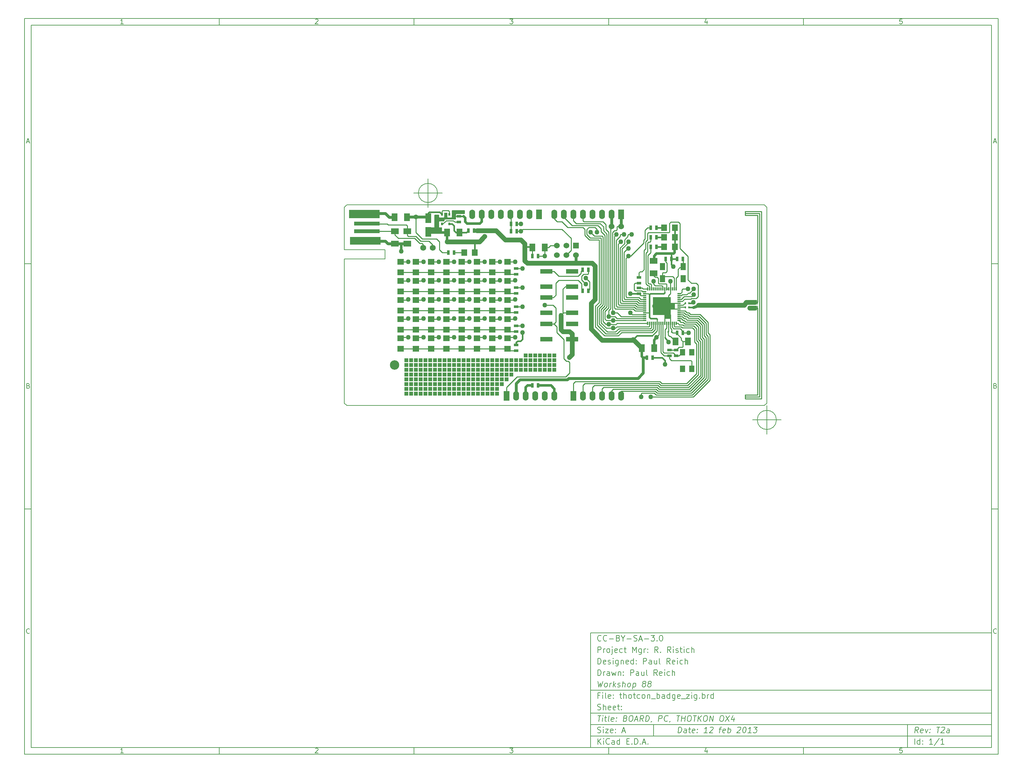
<source format=gtl>
G04 (created by PCBNEW (2012-11-15 BZR 3804)-stable) date Tue 12 Feb 2013 01:01:18 CST*
%MOIN*%
G04 Gerber Fmt 3.4, Leading zero omitted, Abs format*
%FSLAX34Y34*%
G01*
G70*
G90*
G04 APERTURE LIST*
%ADD10C,0.006*%
%ADD11C,0.00590551*%
%ADD12R,0.063X0.1024*%
%ADD13R,0.04X0.04*%
%ADD14R,0.0629X0.0709*%
%ADD15R,0.0117X0.0334*%
%ADD16R,0.0334X0.0117*%
%ADD17R,0.045X0.045*%
%ADD18R,0.0117X0.032*%
%ADD19R,0.095X0.045*%
%ADD20R,0.045X0.095*%
%ADD21R,0.095X0.095*%
%ADD22C,0.06*%
%ADD23C,0.062*%
%ADD24R,0.06X0.1*%
%ADD25O,0.06X0.1*%
%ADD26R,0.13X0.05*%
%ADD27R,0.0551X0.0709*%
%ADD28R,0.052X0.075*%
%ADD29R,0.02X0.03*%
%ADD30R,0.06X0.08*%
%ADD31R,0.08X0.06*%
%ADD32R,0.045X0.025*%
%ADD33R,0.025X0.045*%
%ADD34R,0.0157X0.0236*%
%ADD35R,0.06X0.06*%
%ADD36R,0.05X0.05*%
%ADD37R,0.01X0.05*%
%ADD38R,0.01X0.01*%
%ADD39R,0.0709X0.0629*%
%ADD40R,0.32X0.09*%
%ADD41R,0.27X0.04*%
%ADD42R,0.32X0.08*%
%ADD43C,0.0985*%
%ADD44C,0.05*%
%ADD45C,0.01*%
%ADD46C,0.05*%
%ADD47C,0.015*%
%ADD48C,0.03*%
%ADD49C,0.009*%
%ADD50C,0.025*%
%ADD51C,0.002*%
G04 APERTURE END LIST*
G54D10*
X-38750Y36250D02*
X63250Y36250D01*
X63250Y-40750D01*
X-38750Y-40750D01*
X-38750Y36250D01*
X-38050Y35550D02*
X62550Y35550D01*
X62550Y-40050D01*
X-38050Y-40050D01*
X-38050Y35550D01*
X-18350Y36250D02*
X-18350Y35550D01*
X-28407Y35697D02*
X-28692Y35697D01*
X-28550Y35697D02*
X-28550Y36197D01*
X-28597Y36126D01*
X-28645Y36078D01*
X-28692Y36054D01*
X-18350Y-40750D02*
X-18350Y-40050D01*
X-28407Y-40602D02*
X-28692Y-40602D01*
X-28550Y-40602D02*
X-28550Y-40102D01*
X-28597Y-40173D01*
X-28645Y-40221D01*
X-28692Y-40245D01*
X2050Y36250D02*
X2050Y35550D01*
X-8292Y36150D02*
X-8269Y36173D01*
X-8221Y36197D01*
X-8102Y36197D01*
X-8054Y36173D01*
X-8030Y36150D01*
X-8007Y36102D01*
X-8007Y36054D01*
X-8030Y35983D01*
X-8316Y35697D01*
X-8007Y35697D01*
X2050Y-40750D02*
X2050Y-40050D01*
X-8292Y-40150D02*
X-8269Y-40126D01*
X-8221Y-40102D01*
X-8102Y-40102D01*
X-8054Y-40126D01*
X-8030Y-40150D01*
X-8007Y-40197D01*
X-8007Y-40245D01*
X-8030Y-40316D01*
X-8316Y-40602D01*
X-8007Y-40602D01*
X22450Y36250D02*
X22450Y35550D01*
X12083Y36197D02*
X12392Y36197D01*
X12226Y36007D01*
X12297Y36007D01*
X12345Y35983D01*
X12369Y35959D01*
X12392Y35911D01*
X12392Y35792D01*
X12369Y35745D01*
X12345Y35721D01*
X12297Y35697D01*
X12154Y35697D01*
X12107Y35721D01*
X12083Y35745D01*
X22450Y-40750D02*
X22450Y-40050D01*
X12083Y-40102D02*
X12392Y-40102D01*
X12226Y-40292D01*
X12297Y-40292D01*
X12345Y-40316D01*
X12369Y-40340D01*
X12392Y-40388D01*
X12392Y-40507D01*
X12369Y-40554D01*
X12345Y-40578D01*
X12297Y-40602D01*
X12154Y-40602D01*
X12107Y-40578D01*
X12083Y-40554D01*
X42850Y36250D02*
X42850Y35550D01*
X32745Y36030D02*
X32745Y35697D01*
X32626Y36221D02*
X32507Y35864D01*
X32816Y35864D01*
X42850Y-40750D02*
X42850Y-40050D01*
X32745Y-40269D02*
X32745Y-40602D01*
X32626Y-40078D02*
X32507Y-40435D01*
X32816Y-40435D01*
X53169Y36197D02*
X52930Y36197D01*
X52907Y35959D01*
X52930Y35983D01*
X52978Y36007D01*
X53097Y36007D01*
X53145Y35983D01*
X53169Y35959D01*
X53192Y35911D01*
X53192Y35792D01*
X53169Y35745D01*
X53145Y35721D01*
X53097Y35697D01*
X52978Y35697D01*
X52930Y35721D01*
X52907Y35745D01*
X53169Y-40102D02*
X52930Y-40102D01*
X52907Y-40340D01*
X52930Y-40316D01*
X52978Y-40292D01*
X53097Y-40292D01*
X53145Y-40316D01*
X53169Y-40340D01*
X53192Y-40388D01*
X53192Y-40507D01*
X53169Y-40554D01*
X53145Y-40578D01*
X53097Y-40602D01*
X52978Y-40602D01*
X52930Y-40578D01*
X52907Y-40554D01*
X-38750Y10590D02*
X-38050Y10590D01*
X-38519Y23360D02*
X-38280Y23360D01*
X-38566Y23217D02*
X-38399Y23717D01*
X-38233Y23217D01*
X63250Y10590D02*
X62550Y10590D01*
X62780Y23360D02*
X63019Y23360D01*
X62733Y23217D02*
X62900Y23717D01*
X63066Y23217D01*
X-38750Y-15070D02*
X-38050Y-15070D01*
X-38364Y-2180D02*
X-38292Y-2204D01*
X-38269Y-2228D01*
X-38245Y-2275D01*
X-38245Y-2347D01*
X-38269Y-2394D01*
X-38292Y-2418D01*
X-38340Y-2442D01*
X-38530Y-2442D01*
X-38530Y-1942D01*
X-38364Y-1942D01*
X-38316Y-1966D01*
X-38292Y-1990D01*
X-38269Y-2037D01*
X-38269Y-2085D01*
X-38292Y-2132D01*
X-38316Y-2156D01*
X-38364Y-2180D01*
X-38530Y-2180D01*
X63250Y-15070D02*
X62550Y-15070D01*
X62935Y-2180D02*
X63007Y-2204D01*
X63030Y-2228D01*
X63054Y-2275D01*
X63054Y-2347D01*
X63030Y-2394D01*
X63007Y-2418D01*
X62959Y-2442D01*
X62769Y-2442D01*
X62769Y-1942D01*
X62935Y-1942D01*
X62983Y-1966D01*
X63007Y-1990D01*
X63030Y-2037D01*
X63030Y-2085D01*
X63007Y-2132D01*
X62983Y-2156D01*
X62935Y-2180D01*
X62769Y-2180D01*
X-38245Y-28054D02*
X-38269Y-28078D01*
X-38340Y-28102D01*
X-38388Y-28102D01*
X-38459Y-28078D01*
X-38507Y-28030D01*
X-38530Y-27983D01*
X-38554Y-27888D01*
X-38554Y-27816D01*
X-38530Y-27721D01*
X-38507Y-27673D01*
X-38459Y-27626D01*
X-38388Y-27602D01*
X-38340Y-27602D01*
X-38269Y-27626D01*
X-38245Y-27650D01*
X63054Y-28054D02*
X63030Y-28078D01*
X62959Y-28102D01*
X62911Y-28102D01*
X62840Y-28078D01*
X62792Y-28030D01*
X62769Y-27983D01*
X62745Y-27888D01*
X62745Y-27816D01*
X62769Y-27721D01*
X62792Y-27673D01*
X62840Y-27626D01*
X62911Y-27602D01*
X62959Y-27602D01*
X63030Y-27626D01*
X63054Y-27650D01*
X29700Y-38492D02*
X29775Y-37892D01*
X29917Y-37892D01*
X30000Y-37921D01*
X30050Y-37978D01*
X30071Y-38035D01*
X30085Y-38150D01*
X30075Y-38235D01*
X30032Y-38350D01*
X29996Y-38407D01*
X29932Y-38464D01*
X29842Y-38492D01*
X29700Y-38492D01*
X30557Y-38492D02*
X30596Y-38178D01*
X30575Y-38121D01*
X30521Y-38092D01*
X30407Y-38092D01*
X30346Y-38121D01*
X30560Y-38464D02*
X30500Y-38492D01*
X30357Y-38492D01*
X30303Y-38464D01*
X30282Y-38407D01*
X30289Y-38350D01*
X30325Y-38292D01*
X30385Y-38264D01*
X30528Y-38264D01*
X30589Y-38235D01*
X30807Y-38092D02*
X31035Y-38092D01*
X30917Y-37892D02*
X30853Y-38407D01*
X30875Y-38464D01*
X30928Y-38492D01*
X30985Y-38492D01*
X31417Y-38464D02*
X31357Y-38492D01*
X31242Y-38492D01*
X31189Y-38464D01*
X31167Y-38407D01*
X31196Y-38178D01*
X31232Y-38121D01*
X31292Y-38092D01*
X31407Y-38092D01*
X31460Y-38121D01*
X31482Y-38178D01*
X31475Y-38235D01*
X31182Y-38292D01*
X31707Y-38435D02*
X31732Y-38464D01*
X31700Y-38492D01*
X31675Y-38464D01*
X31707Y-38435D01*
X31700Y-38492D01*
X31746Y-38121D02*
X31771Y-38150D01*
X31739Y-38178D01*
X31714Y-38150D01*
X31746Y-38121D01*
X31739Y-38178D01*
X32757Y-38492D02*
X32414Y-38492D01*
X32585Y-38492D02*
X32660Y-37892D01*
X32592Y-37978D01*
X32528Y-38035D01*
X32467Y-38064D01*
X33053Y-37950D02*
X33085Y-37921D01*
X33146Y-37892D01*
X33289Y-37892D01*
X33342Y-37921D01*
X33367Y-37950D01*
X33389Y-38007D01*
X33382Y-38064D01*
X33342Y-38150D01*
X32957Y-38492D01*
X33328Y-38492D01*
X34007Y-38092D02*
X34235Y-38092D01*
X34042Y-38492D02*
X34107Y-37978D01*
X34142Y-37921D01*
X34203Y-37892D01*
X34260Y-37892D01*
X34617Y-38464D02*
X34557Y-38492D01*
X34442Y-38492D01*
X34389Y-38464D01*
X34367Y-38407D01*
X34396Y-38178D01*
X34432Y-38121D01*
X34492Y-38092D01*
X34607Y-38092D01*
X34660Y-38121D01*
X34682Y-38178D01*
X34675Y-38235D01*
X34382Y-38292D01*
X34900Y-38492D02*
X34975Y-37892D01*
X34946Y-38121D02*
X35007Y-38092D01*
X35121Y-38092D01*
X35175Y-38121D01*
X35200Y-38150D01*
X35221Y-38207D01*
X35200Y-38378D01*
X35164Y-38435D01*
X35132Y-38464D01*
X35071Y-38492D01*
X34957Y-38492D01*
X34903Y-38464D01*
X35939Y-37950D02*
X35971Y-37921D01*
X36032Y-37892D01*
X36175Y-37892D01*
X36228Y-37921D01*
X36253Y-37950D01*
X36275Y-38007D01*
X36267Y-38064D01*
X36228Y-38150D01*
X35842Y-38492D01*
X36214Y-38492D01*
X36660Y-37892D02*
X36717Y-37892D01*
X36771Y-37921D01*
X36796Y-37950D01*
X36817Y-38007D01*
X36832Y-38121D01*
X36814Y-38264D01*
X36771Y-38378D01*
X36735Y-38435D01*
X36703Y-38464D01*
X36642Y-38492D01*
X36585Y-38492D01*
X36532Y-38464D01*
X36507Y-38435D01*
X36485Y-38378D01*
X36471Y-38264D01*
X36489Y-38121D01*
X36532Y-38007D01*
X36567Y-37950D01*
X36600Y-37921D01*
X36660Y-37892D01*
X37357Y-38492D02*
X37014Y-38492D01*
X37185Y-38492D02*
X37260Y-37892D01*
X37192Y-37978D01*
X37128Y-38035D01*
X37067Y-38064D01*
X37632Y-37892D02*
X38003Y-37892D01*
X37775Y-38121D01*
X37860Y-38121D01*
X37914Y-38150D01*
X37939Y-38178D01*
X37960Y-38235D01*
X37942Y-38378D01*
X37907Y-38435D01*
X37875Y-38464D01*
X37814Y-38492D01*
X37642Y-38492D01*
X37589Y-38464D01*
X37564Y-38435D01*
X21292Y-39692D02*
X21292Y-39092D01*
X21635Y-39692D02*
X21378Y-39350D01*
X21635Y-39092D02*
X21292Y-39435D01*
X21892Y-39692D02*
X21892Y-39292D01*
X21892Y-39092D02*
X21864Y-39121D01*
X21892Y-39150D01*
X21921Y-39121D01*
X21892Y-39092D01*
X21892Y-39150D01*
X22521Y-39635D02*
X22492Y-39664D01*
X22407Y-39692D01*
X22350Y-39692D01*
X22264Y-39664D01*
X22207Y-39607D01*
X22178Y-39550D01*
X22150Y-39435D01*
X22150Y-39350D01*
X22178Y-39235D01*
X22207Y-39178D01*
X22264Y-39121D01*
X22350Y-39092D01*
X22407Y-39092D01*
X22492Y-39121D01*
X22521Y-39150D01*
X23035Y-39692D02*
X23035Y-39378D01*
X23007Y-39321D01*
X22950Y-39292D01*
X22835Y-39292D01*
X22778Y-39321D01*
X23035Y-39664D02*
X22978Y-39692D01*
X22835Y-39692D01*
X22778Y-39664D01*
X22750Y-39607D01*
X22750Y-39550D01*
X22778Y-39492D01*
X22835Y-39464D01*
X22978Y-39464D01*
X23035Y-39435D01*
X23578Y-39692D02*
X23578Y-39092D01*
X23578Y-39664D02*
X23521Y-39692D01*
X23407Y-39692D01*
X23350Y-39664D01*
X23321Y-39635D01*
X23292Y-39578D01*
X23292Y-39407D01*
X23321Y-39350D01*
X23350Y-39321D01*
X23407Y-39292D01*
X23521Y-39292D01*
X23578Y-39321D01*
X24321Y-39378D02*
X24521Y-39378D01*
X24607Y-39692D02*
X24321Y-39692D01*
X24321Y-39092D01*
X24607Y-39092D01*
X24864Y-39635D02*
X24892Y-39664D01*
X24864Y-39692D01*
X24835Y-39664D01*
X24864Y-39635D01*
X24864Y-39692D01*
X25149Y-39692D02*
X25149Y-39092D01*
X25292Y-39092D01*
X25378Y-39121D01*
X25435Y-39178D01*
X25464Y-39235D01*
X25492Y-39350D01*
X25492Y-39435D01*
X25464Y-39550D01*
X25435Y-39607D01*
X25378Y-39664D01*
X25292Y-39692D01*
X25149Y-39692D01*
X25749Y-39635D02*
X25778Y-39664D01*
X25749Y-39692D01*
X25721Y-39664D01*
X25749Y-39635D01*
X25749Y-39692D01*
X26007Y-39521D02*
X26292Y-39521D01*
X25949Y-39692D02*
X26149Y-39092D01*
X26349Y-39692D01*
X26549Y-39635D02*
X26578Y-39664D01*
X26549Y-39692D01*
X26521Y-39664D01*
X26549Y-39635D01*
X26549Y-39692D01*
X54842Y-38492D02*
X54678Y-38207D01*
X54500Y-38492D02*
X54575Y-37892D01*
X54803Y-37892D01*
X54857Y-37921D01*
X54882Y-37950D01*
X54903Y-38007D01*
X54892Y-38092D01*
X54857Y-38150D01*
X54825Y-38178D01*
X54764Y-38207D01*
X54535Y-38207D01*
X55332Y-38464D02*
X55271Y-38492D01*
X55157Y-38492D01*
X55103Y-38464D01*
X55082Y-38407D01*
X55110Y-38178D01*
X55146Y-38121D01*
X55207Y-38092D01*
X55321Y-38092D01*
X55375Y-38121D01*
X55396Y-38178D01*
X55389Y-38235D01*
X55096Y-38292D01*
X55607Y-38092D02*
X55700Y-38492D01*
X55892Y-38092D01*
X56078Y-38435D02*
X56103Y-38464D01*
X56071Y-38492D01*
X56046Y-38464D01*
X56078Y-38435D01*
X56071Y-38492D01*
X56117Y-38121D02*
X56142Y-38150D01*
X56110Y-38178D01*
X56085Y-38150D01*
X56117Y-38121D01*
X56110Y-38178D01*
X56803Y-37892D02*
X57146Y-37892D01*
X56900Y-38492D02*
X56975Y-37892D01*
X57310Y-37950D02*
X57342Y-37921D01*
X57403Y-37892D01*
X57546Y-37892D01*
X57600Y-37921D01*
X57625Y-37950D01*
X57646Y-38007D01*
X57639Y-38064D01*
X57600Y-38150D01*
X57214Y-38492D01*
X57585Y-38492D01*
X58100Y-38492D02*
X58139Y-38178D01*
X58117Y-38121D01*
X58064Y-38092D01*
X57950Y-38092D01*
X57889Y-38121D01*
X58103Y-38464D02*
X58042Y-38492D01*
X57900Y-38492D01*
X57846Y-38464D01*
X57825Y-38407D01*
X57832Y-38350D01*
X57867Y-38292D01*
X57928Y-38264D01*
X58071Y-38264D01*
X58132Y-38235D01*
X21264Y-38464D02*
X21350Y-38492D01*
X21492Y-38492D01*
X21550Y-38464D01*
X21578Y-38435D01*
X21607Y-38378D01*
X21607Y-38321D01*
X21578Y-38264D01*
X21550Y-38235D01*
X21492Y-38207D01*
X21378Y-38178D01*
X21321Y-38150D01*
X21292Y-38121D01*
X21264Y-38064D01*
X21264Y-38007D01*
X21292Y-37950D01*
X21321Y-37921D01*
X21378Y-37892D01*
X21521Y-37892D01*
X21607Y-37921D01*
X21864Y-38492D02*
X21864Y-38092D01*
X21864Y-37892D02*
X21835Y-37921D01*
X21864Y-37950D01*
X21892Y-37921D01*
X21864Y-37892D01*
X21864Y-37950D01*
X22092Y-38092D02*
X22407Y-38092D01*
X22092Y-38492D01*
X22407Y-38492D01*
X22864Y-38464D02*
X22807Y-38492D01*
X22692Y-38492D01*
X22635Y-38464D01*
X22607Y-38407D01*
X22607Y-38178D01*
X22635Y-38121D01*
X22692Y-38092D01*
X22807Y-38092D01*
X22864Y-38121D01*
X22892Y-38178D01*
X22892Y-38235D01*
X22607Y-38292D01*
X23150Y-38435D02*
X23178Y-38464D01*
X23150Y-38492D01*
X23121Y-38464D01*
X23150Y-38435D01*
X23150Y-38492D01*
X23150Y-38121D02*
X23178Y-38150D01*
X23150Y-38178D01*
X23121Y-38150D01*
X23150Y-38121D01*
X23150Y-38178D01*
X23864Y-38321D02*
X24150Y-38321D01*
X23807Y-38492D02*
X24007Y-37892D01*
X24207Y-38492D01*
X54492Y-39692D02*
X54492Y-39092D01*
X55035Y-39692D02*
X55035Y-39092D01*
X55035Y-39664D02*
X54978Y-39692D01*
X54864Y-39692D01*
X54807Y-39664D01*
X54778Y-39635D01*
X54750Y-39578D01*
X54750Y-39407D01*
X54778Y-39350D01*
X54807Y-39321D01*
X54864Y-39292D01*
X54978Y-39292D01*
X55035Y-39321D01*
X55321Y-39635D02*
X55350Y-39664D01*
X55321Y-39692D01*
X55292Y-39664D01*
X55321Y-39635D01*
X55321Y-39692D01*
X55321Y-39321D02*
X55350Y-39350D01*
X55321Y-39378D01*
X55292Y-39350D01*
X55321Y-39321D01*
X55321Y-39378D01*
X56378Y-39692D02*
X56035Y-39692D01*
X56207Y-39692D02*
X56207Y-39092D01*
X56149Y-39178D01*
X56092Y-39235D01*
X56035Y-39264D01*
X57064Y-39064D02*
X56550Y-39835D01*
X57578Y-39692D02*
X57235Y-39692D01*
X57407Y-39692D02*
X57407Y-39092D01*
X57349Y-39178D01*
X57292Y-39235D01*
X57235Y-39264D01*
X21289Y-36692D02*
X21632Y-36692D01*
X21385Y-37292D02*
X21460Y-36692D01*
X21757Y-37292D02*
X21807Y-36892D01*
X21832Y-36692D02*
X21800Y-36721D01*
X21825Y-36750D01*
X21857Y-36721D01*
X21832Y-36692D01*
X21825Y-36750D01*
X22007Y-36892D02*
X22235Y-36892D01*
X22117Y-36692D02*
X22053Y-37207D01*
X22075Y-37264D01*
X22128Y-37292D01*
X22185Y-37292D01*
X22471Y-37292D02*
X22417Y-37264D01*
X22396Y-37207D01*
X22460Y-36692D01*
X22932Y-37264D02*
X22871Y-37292D01*
X22757Y-37292D01*
X22703Y-37264D01*
X22682Y-37207D01*
X22710Y-36978D01*
X22746Y-36921D01*
X22807Y-36892D01*
X22921Y-36892D01*
X22975Y-36921D01*
X22996Y-36978D01*
X22989Y-37035D01*
X22696Y-37092D01*
X23221Y-37235D02*
X23246Y-37264D01*
X23214Y-37292D01*
X23189Y-37264D01*
X23221Y-37235D01*
X23214Y-37292D01*
X23260Y-36921D02*
X23285Y-36950D01*
X23253Y-36978D01*
X23228Y-36950D01*
X23260Y-36921D01*
X23253Y-36978D01*
X24196Y-36978D02*
X24278Y-37007D01*
X24303Y-37035D01*
X24325Y-37092D01*
X24314Y-37178D01*
X24278Y-37235D01*
X24246Y-37264D01*
X24185Y-37292D01*
X23957Y-37292D01*
X24032Y-36692D01*
X24232Y-36692D01*
X24285Y-36721D01*
X24310Y-36750D01*
X24332Y-36807D01*
X24325Y-36864D01*
X24289Y-36921D01*
X24257Y-36950D01*
X24196Y-36978D01*
X23996Y-36978D01*
X24746Y-36692D02*
X24860Y-36692D01*
X24914Y-36721D01*
X24964Y-36778D01*
X24978Y-36892D01*
X24953Y-37092D01*
X24910Y-37207D01*
X24846Y-37264D01*
X24785Y-37292D01*
X24671Y-37292D01*
X24617Y-37264D01*
X24567Y-37207D01*
X24553Y-37092D01*
X24578Y-36892D01*
X24621Y-36778D01*
X24685Y-36721D01*
X24746Y-36692D01*
X25178Y-37121D02*
X25464Y-37121D01*
X25100Y-37292D02*
X25375Y-36692D01*
X25500Y-37292D01*
X26042Y-37292D02*
X25878Y-37007D01*
X25700Y-37292D02*
X25775Y-36692D01*
X26003Y-36692D01*
X26057Y-36721D01*
X26082Y-36750D01*
X26103Y-36807D01*
X26092Y-36892D01*
X26057Y-36950D01*
X26025Y-36978D01*
X25964Y-37007D01*
X25735Y-37007D01*
X26300Y-37292D02*
X26375Y-36692D01*
X26517Y-36692D01*
X26600Y-36721D01*
X26650Y-36778D01*
X26671Y-36835D01*
X26685Y-36950D01*
X26675Y-37035D01*
X26632Y-37150D01*
X26596Y-37207D01*
X26532Y-37264D01*
X26442Y-37292D01*
X26300Y-37292D01*
X26932Y-37264D02*
X26928Y-37292D01*
X26892Y-37350D01*
X26860Y-37378D01*
X27642Y-37292D02*
X27717Y-36692D01*
X27946Y-36692D01*
X27999Y-36721D01*
X28025Y-36750D01*
X28046Y-36807D01*
X28035Y-36892D01*
X28000Y-36950D01*
X27967Y-36978D01*
X27907Y-37007D01*
X27678Y-37007D01*
X28592Y-37235D02*
X28560Y-37264D01*
X28471Y-37292D01*
X28414Y-37292D01*
X28332Y-37264D01*
X28282Y-37207D01*
X28260Y-37150D01*
X28246Y-37035D01*
X28257Y-36950D01*
X28300Y-36835D01*
X28335Y-36778D01*
X28399Y-36721D01*
X28489Y-36692D01*
X28546Y-36692D01*
X28628Y-36721D01*
X28653Y-36750D01*
X28875Y-37264D02*
X28871Y-37292D01*
X28835Y-37350D01*
X28803Y-37378D01*
X29575Y-36692D02*
X29917Y-36692D01*
X29671Y-37292D02*
X29746Y-36692D01*
X30042Y-37292D02*
X30117Y-36692D01*
X30082Y-36978D02*
X30425Y-36978D01*
X30385Y-37292D02*
X30460Y-36692D01*
X30860Y-36692D02*
X30975Y-36692D01*
X31028Y-36721D01*
X31078Y-36778D01*
X31092Y-36892D01*
X31067Y-37092D01*
X31024Y-37207D01*
X30960Y-37264D01*
X30900Y-37292D01*
X30785Y-37292D01*
X30732Y-37264D01*
X30682Y-37207D01*
X30667Y-37092D01*
X30692Y-36892D01*
X30735Y-36778D01*
X30799Y-36721D01*
X30860Y-36692D01*
X31289Y-36692D02*
X31632Y-36692D01*
X31385Y-37292D02*
X31460Y-36692D01*
X31757Y-37292D02*
X31832Y-36692D01*
X32099Y-37292D02*
X31885Y-36950D01*
X32174Y-36692D02*
X31789Y-37035D01*
X32546Y-36692D02*
X32660Y-36692D01*
X32714Y-36721D01*
X32764Y-36778D01*
X32778Y-36892D01*
X32753Y-37092D01*
X32710Y-37207D01*
X32646Y-37264D01*
X32585Y-37292D01*
X32471Y-37292D01*
X32417Y-37264D01*
X32367Y-37207D01*
X32353Y-37092D01*
X32378Y-36892D01*
X32421Y-36778D01*
X32485Y-36721D01*
X32546Y-36692D01*
X32985Y-37292D02*
X33060Y-36692D01*
X33328Y-37292D01*
X33403Y-36692D01*
X34260Y-36692D02*
X34374Y-36692D01*
X34428Y-36721D01*
X34478Y-36778D01*
X34492Y-36892D01*
X34467Y-37092D01*
X34424Y-37207D01*
X34360Y-37264D01*
X34299Y-37292D01*
X34185Y-37292D01*
X34132Y-37264D01*
X34082Y-37207D01*
X34067Y-37092D01*
X34092Y-36892D01*
X34135Y-36778D01*
X34199Y-36721D01*
X34260Y-36692D01*
X34717Y-36692D02*
X35042Y-37292D01*
X35117Y-36692D02*
X34642Y-37292D01*
X35578Y-36892D02*
X35528Y-37292D01*
X35464Y-36664D02*
X35267Y-37092D01*
X35639Y-37092D01*
X21492Y-34578D02*
X21292Y-34578D01*
X21292Y-34892D02*
X21292Y-34292D01*
X21578Y-34292D01*
X21807Y-34892D02*
X21807Y-34492D01*
X21807Y-34292D02*
X21778Y-34321D01*
X21807Y-34350D01*
X21835Y-34321D01*
X21807Y-34292D01*
X21807Y-34350D01*
X22178Y-34892D02*
X22121Y-34864D01*
X22092Y-34807D01*
X22092Y-34292D01*
X22635Y-34864D02*
X22578Y-34892D01*
X22464Y-34892D01*
X22407Y-34864D01*
X22378Y-34807D01*
X22378Y-34578D01*
X22407Y-34521D01*
X22464Y-34492D01*
X22578Y-34492D01*
X22635Y-34521D01*
X22664Y-34578D01*
X22664Y-34635D01*
X22378Y-34692D01*
X22921Y-34835D02*
X22950Y-34864D01*
X22921Y-34892D01*
X22892Y-34864D01*
X22921Y-34835D01*
X22921Y-34892D01*
X22921Y-34521D02*
X22950Y-34550D01*
X22921Y-34578D01*
X22892Y-34550D01*
X22921Y-34521D01*
X22921Y-34578D01*
X23578Y-34492D02*
X23807Y-34492D01*
X23664Y-34292D02*
X23664Y-34807D01*
X23692Y-34864D01*
X23750Y-34892D01*
X23807Y-34892D01*
X24007Y-34892D02*
X24007Y-34292D01*
X24264Y-34892D02*
X24264Y-34578D01*
X24235Y-34521D01*
X24178Y-34492D01*
X24092Y-34492D01*
X24035Y-34521D01*
X24007Y-34550D01*
X24635Y-34892D02*
X24578Y-34864D01*
X24550Y-34835D01*
X24521Y-34778D01*
X24521Y-34607D01*
X24550Y-34550D01*
X24578Y-34521D01*
X24635Y-34492D01*
X24721Y-34492D01*
X24778Y-34521D01*
X24807Y-34550D01*
X24835Y-34607D01*
X24835Y-34778D01*
X24807Y-34835D01*
X24778Y-34864D01*
X24721Y-34892D01*
X24635Y-34892D01*
X25007Y-34492D02*
X25235Y-34492D01*
X25092Y-34292D02*
X25092Y-34807D01*
X25121Y-34864D01*
X25178Y-34892D01*
X25235Y-34892D01*
X25692Y-34864D02*
X25635Y-34892D01*
X25521Y-34892D01*
X25464Y-34864D01*
X25435Y-34835D01*
X25407Y-34778D01*
X25407Y-34607D01*
X25435Y-34550D01*
X25464Y-34521D01*
X25521Y-34492D01*
X25635Y-34492D01*
X25692Y-34521D01*
X26035Y-34892D02*
X25978Y-34864D01*
X25950Y-34835D01*
X25921Y-34778D01*
X25921Y-34607D01*
X25950Y-34550D01*
X25978Y-34521D01*
X26035Y-34492D01*
X26121Y-34492D01*
X26178Y-34521D01*
X26207Y-34550D01*
X26235Y-34607D01*
X26235Y-34778D01*
X26207Y-34835D01*
X26178Y-34864D01*
X26121Y-34892D01*
X26035Y-34892D01*
X26492Y-34492D02*
X26492Y-34892D01*
X26492Y-34550D02*
X26521Y-34521D01*
X26578Y-34492D01*
X26664Y-34492D01*
X26721Y-34521D01*
X26750Y-34578D01*
X26750Y-34892D01*
X26892Y-34950D02*
X27350Y-34950D01*
X27492Y-34892D02*
X27492Y-34292D01*
X27492Y-34521D02*
X27550Y-34492D01*
X27664Y-34492D01*
X27721Y-34521D01*
X27750Y-34550D01*
X27778Y-34607D01*
X27778Y-34778D01*
X27750Y-34835D01*
X27721Y-34864D01*
X27664Y-34892D01*
X27550Y-34892D01*
X27492Y-34864D01*
X28292Y-34892D02*
X28292Y-34578D01*
X28264Y-34521D01*
X28207Y-34492D01*
X28092Y-34492D01*
X28035Y-34521D01*
X28292Y-34864D02*
X28235Y-34892D01*
X28092Y-34892D01*
X28035Y-34864D01*
X28007Y-34807D01*
X28007Y-34750D01*
X28035Y-34692D01*
X28092Y-34664D01*
X28235Y-34664D01*
X28292Y-34635D01*
X28835Y-34892D02*
X28835Y-34292D01*
X28835Y-34864D02*
X28778Y-34892D01*
X28664Y-34892D01*
X28607Y-34864D01*
X28578Y-34835D01*
X28550Y-34778D01*
X28550Y-34607D01*
X28578Y-34550D01*
X28607Y-34521D01*
X28664Y-34492D01*
X28778Y-34492D01*
X28835Y-34521D01*
X29378Y-34492D02*
X29378Y-34978D01*
X29350Y-35035D01*
X29321Y-35064D01*
X29264Y-35092D01*
X29178Y-35092D01*
X29121Y-35064D01*
X29378Y-34864D02*
X29321Y-34892D01*
X29207Y-34892D01*
X29150Y-34864D01*
X29121Y-34835D01*
X29092Y-34778D01*
X29092Y-34607D01*
X29121Y-34550D01*
X29150Y-34521D01*
X29207Y-34492D01*
X29321Y-34492D01*
X29378Y-34521D01*
X29892Y-34864D02*
X29835Y-34892D01*
X29721Y-34892D01*
X29664Y-34864D01*
X29635Y-34807D01*
X29635Y-34578D01*
X29664Y-34521D01*
X29721Y-34492D01*
X29835Y-34492D01*
X29892Y-34521D01*
X29921Y-34578D01*
X29921Y-34635D01*
X29635Y-34692D01*
X30035Y-34950D02*
X30492Y-34950D01*
X30578Y-34492D02*
X30892Y-34492D01*
X30578Y-34892D01*
X30892Y-34892D01*
X31121Y-34892D02*
X31121Y-34492D01*
X31121Y-34292D02*
X31092Y-34321D01*
X31121Y-34350D01*
X31150Y-34321D01*
X31121Y-34292D01*
X31121Y-34350D01*
X31664Y-34492D02*
X31664Y-34978D01*
X31635Y-35035D01*
X31607Y-35064D01*
X31549Y-35092D01*
X31464Y-35092D01*
X31407Y-35064D01*
X31664Y-34864D02*
X31607Y-34892D01*
X31492Y-34892D01*
X31435Y-34864D01*
X31407Y-34835D01*
X31378Y-34778D01*
X31378Y-34607D01*
X31407Y-34550D01*
X31435Y-34521D01*
X31492Y-34492D01*
X31607Y-34492D01*
X31664Y-34521D01*
X31949Y-34835D02*
X31978Y-34864D01*
X31949Y-34892D01*
X31921Y-34864D01*
X31949Y-34835D01*
X31949Y-34892D01*
X32235Y-34892D02*
X32235Y-34292D01*
X32235Y-34521D02*
X32292Y-34492D01*
X32407Y-34492D01*
X32464Y-34521D01*
X32492Y-34550D01*
X32521Y-34607D01*
X32521Y-34778D01*
X32492Y-34835D01*
X32464Y-34864D01*
X32407Y-34892D01*
X32292Y-34892D01*
X32235Y-34864D01*
X32778Y-34892D02*
X32778Y-34492D01*
X32778Y-34607D02*
X32807Y-34550D01*
X32835Y-34521D01*
X32892Y-34492D01*
X32949Y-34492D01*
X33407Y-34892D02*
X33407Y-34292D01*
X33407Y-34864D02*
X33349Y-34892D01*
X33235Y-34892D01*
X33178Y-34864D01*
X33149Y-34835D01*
X33121Y-34778D01*
X33121Y-34607D01*
X33149Y-34550D01*
X33178Y-34521D01*
X33235Y-34492D01*
X33349Y-34492D01*
X33407Y-34521D01*
X21264Y-36064D02*
X21350Y-36092D01*
X21492Y-36092D01*
X21550Y-36064D01*
X21578Y-36035D01*
X21607Y-35978D01*
X21607Y-35921D01*
X21578Y-35864D01*
X21550Y-35835D01*
X21492Y-35807D01*
X21378Y-35778D01*
X21321Y-35750D01*
X21292Y-35721D01*
X21264Y-35664D01*
X21264Y-35607D01*
X21292Y-35550D01*
X21321Y-35521D01*
X21378Y-35492D01*
X21521Y-35492D01*
X21607Y-35521D01*
X21864Y-36092D02*
X21864Y-35492D01*
X22121Y-36092D02*
X22121Y-35778D01*
X22092Y-35721D01*
X22035Y-35692D01*
X21950Y-35692D01*
X21892Y-35721D01*
X21864Y-35750D01*
X22635Y-36064D02*
X22578Y-36092D01*
X22464Y-36092D01*
X22407Y-36064D01*
X22378Y-36007D01*
X22378Y-35778D01*
X22407Y-35721D01*
X22464Y-35692D01*
X22578Y-35692D01*
X22635Y-35721D01*
X22664Y-35778D01*
X22664Y-35835D01*
X22378Y-35892D01*
X23150Y-36064D02*
X23092Y-36092D01*
X22978Y-36092D01*
X22921Y-36064D01*
X22892Y-36007D01*
X22892Y-35778D01*
X22921Y-35721D01*
X22978Y-35692D01*
X23092Y-35692D01*
X23150Y-35721D01*
X23178Y-35778D01*
X23178Y-35835D01*
X22892Y-35892D01*
X23350Y-35692D02*
X23578Y-35692D01*
X23435Y-35492D02*
X23435Y-36007D01*
X23464Y-36064D01*
X23521Y-36092D01*
X23578Y-36092D01*
X23778Y-36035D02*
X23807Y-36064D01*
X23778Y-36092D01*
X23750Y-36064D01*
X23778Y-36035D01*
X23778Y-36092D01*
X23778Y-35721D02*
X23807Y-35750D01*
X23778Y-35778D01*
X23750Y-35750D01*
X23778Y-35721D01*
X23778Y-35778D01*
X21317Y-33092D02*
X21385Y-33692D01*
X21553Y-33264D01*
X21614Y-33692D01*
X21832Y-33092D01*
X22071Y-33692D02*
X22017Y-33664D01*
X21992Y-33635D01*
X21971Y-33578D01*
X21992Y-33407D01*
X22028Y-33350D01*
X22060Y-33321D01*
X22121Y-33292D01*
X22207Y-33292D01*
X22260Y-33321D01*
X22285Y-33350D01*
X22307Y-33407D01*
X22285Y-33578D01*
X22250Y-33635D01*
X22217Y-33664D01*
X22157Y-33692D01*
X22071Y-33692D01*
X22528Y-33692D02*
X22578Y-33292D01*
X22564Y-33407D02*
X22600Y-33350D01*
X22632Y-33321D01*
X22692Y-33292D01*
X22750Y-33292D01*
X22900Y-33692D02*
X22975Y-33092D01*
X22985Y-33464D02*
X23128Y-33692D01*
X23178Y-33292D02*
X22921Y-33521D01*
X23360Y-33664D02*
X23414Y-33692D01*
X23528Y-33692D01*
X23589Y-33664D01*
X23625Y-33607D01*
X23628Y-33578D01*
X23607Y-33521D01*
X23553Y-33492D01*
X23467Y-33492D01*
X23414Y-33464D01*
X23392Y-33407D01*
X23396Y-33378D01*
X23432Y-33321D01*
X23492Y-33292D01*
X23578Y-33292D01*
X23632Y-33321D01*
X23871Y-33692D02*
X23946Y-33092D01*
X24128Y-33692D02*
X24167Y-33378D01*
X24146Y-33321D01*
X24092Y-33292D01*
X24007Y-33292D01*
X23946Y-33321D01*
X23914Y-33350D01*
X24499Y-33692D02*
X24446Y-33664D01*
X24421Y-33635D01*
X24400Y-33578D01*
X24421Y-33407D01*
X24457Y-33350D01*
X24489Y-33321D01*
X24549Y-33292D01*
X24635Y-33292D01*
X24689Y-33321D01*
X24714Y-33350D01*
X24735Y-33407D01*
X24714Y-33578D01*
X24678Y-33635D01*
X24646Y-33664D01*
X24585Y-33692D01*
X24499Y-33692D01*
X25007Y-33292D02*
X24932Y-33892D01*
X25003Y-33321D02*
X25064Y-33292D01*
X25178Y-33292D01*
X25232Y-33321D01*
X25257Y-33350D01*
X25278Y-33407D01*
X25257Y-33578D01*
X25221Y-33635D01*
X25189Y-33664D01*
X25128Y-33692D01*
X25014Y-33692D01*
X24960Y-33664D01*
X26085Y-33350D02*
X26032Y-33321D01*
X26007Y-33292D01*
X25985Y-33235D01*
X25989Y-33207D01*
X26024Y-33150D01*
X26057Y-33121D01*
X26117Y-33092D01*
X26232Y-33092D01*
X26285Y-33121D01*
X26310Y-33150D01*
X26332Y-33207D01*
X26328Y-33235D01*
X26292Y-33292D01*
X26260Y-33321D01*
X26199Y-33350D01*
X26085Y-33350D01*
X26025Y-33378D01*
X25992Y-33407D01*
X25957Y-33464D01*
X25942Y-33578D01*
X25964Y-33635D01*
X25989Y-33664D01*
X26042Y-33692D01*
X26157Y-33692D01*
X26217Y-33664D01*
X26249Y-33635D01*
X26285Y-33578D01*
X26299Y-33464D01*
X26278Y-33407D01*
X26253Y-33378D01*
X26199Y-33350D01*
X26657Y-33350D02*
X26603Y-33321D01*
X26578Y-33292D01*
X26557Y-33235D01*
X26560Y-33207D01*
X26596Y-33150D01*
X26628Y-33121D01*
X26689Y-33092D01*
X26803Y-33092D01*
X26857Y-33121D01*
X26882Y-33150D01*
X26903Y-33207D01*
X26900Y-33235D01*
X26864Y-33292D01*
X26832Y-33321D01*
X26771Y-33350D01*
X26657Y-33350D01*
X26596Y-33378D01*
X26564Y-33407D01*
X26528Y-33464D01*
X26514Y-33578D01*
X26535Y-33635D01*
X26560Y-33664D01*
X26614Y-33692D01*
X26728Y-33692D01*
X26789Y-33664D01*
X26821Y-33635D01*
X26857Y-33578D01*
X26871Y-33464D01*
X26849Y-33407D01*
X26825Y-33378D01*
X26771Y-33350D01*
X21292Y-32492D02*
X21292Y-31892D01*
X21435Y-31892D01*
X21521Y-31921D01*
X21578Y-31978D01*
X21607Y-32035D01*
X21635Y-32150D01*
X21635Y-32235D01*
X21607Y-32350D01*
X21578Y-32407D01*
X21521Y-32464D01*
X21435Y-32492D01*
X21292Y-32492D01*
X21892Y-32492D02*
X21892Y-32092D01*
X21892Y-32207D02*
X21921Y-32150D01*
X21950Y-32121D01*
X22007Y-32092D01*
X22064Y-32092D01*
X22521Y-32492D02*
X22521Y-32178D01*
X22492Y-32121D01*
X22435Y-32092D01*
X22321Y-32092D01*
X22264Y-32121D01*
X22521Y-32464D02*
X22464Y-32492D01*
X22321Y-32492D01*
X22264Y-32464D01*
X22235Y-32407D01*
X22235Y-32350D01*
X22264Y-32292D01*
X22321Y-32264D01*
X22464Y-32264D01*
X22521Y-32235D01*
X22750Y-32092D02*
X22864Y-32492D01*
X22978Y-32207D01*
X23092Y-32492D01*
X23207Y-32092D01*
X23435Y-32092D02*
X23435Y-32492D01*
X23435Y-32150D02*
X23464Y-32121D01*
X23521Y-32092D01*
X23607Y-32092D01*
X23664Y-32121D01*
X23692Y-32178D01*
X23692Y-32492D01*
X23978Y-32435D02*
X24007Y-32464D01*
X23978Y-32492D01*
X23950Y-32464D01*
X23978Y-32435D01*
X23978Y-32492D01*
X23978Y-32121D02*
X24007Y-32150D01*
X23978Y-32178D01*
X23950Y-32150D01*
X23978Y-32121D01*
X23978Y-32178D01*
X24721Y-32492D02*
X24721Y-31892D01*
X24950Y-31892D01*
X25007Y-31921D01*
X25035Y-31950D01*
X25064Y-32007D01*
X25064Y-32092D01*
X25035Y-32150D01*
X25007Y-32178D01*
X24950Y-32207D01*
X24721Y-32207D01*
X25578Y-32492D02*
X25578Y-32178D01*
X25550Y-32121D01*
X25492Y-32092D01*
X25378Y-32092D01*
X25321Y-32121D01*
X25578Y-32464D02*
X25521Y-32492D01*
X25378Y-32492D01*
X25321Y-32464D01*
X25292Y-32407D01*
X25292Y-32350D01*
X25321Y-32292D01*
X25378Y-32264D01*
X25521Y-32264D01*
X25578Y-32235D01*
X26121Y-32092D02*
X26121Y-32492D01*
X25864Y-32092D02*
X25864Y-32407D01*
X25892Y-32464D01*
X25949Y-32492D01*
X26035Y-32492D01*
X26092Y-32464D01*
X26121Y-32435D01*
X26492Y-32492D02*
X26435Y-32464D01*
X26407Y-32407D01*
X26407Y-31892D01*
X27521Y-32492D02*
X27321Y-32207D01*
X27178Y-32492D02*
X27178Y-31892D01*
X27407Y-31892D01*
X27464Y-31921D01*
X27492Y-31950D01*
X27521Y-32007D01*
X27521Y-32092D01*
X27492Y-32150D01*
X27464Y-32178D01*
X27407Y-32207D01*
X27178Y-32207D01*
X28007Y-32464D02*
X27950Y-32492D01*
X27835Y-32492D01*
X27778Y-32464D01*
X27750Y-32407D01*
X27750Y-32178D01*
X27778Y-32121D01*
X27835Y-32092D01*
X27950Y-32092D01*
X28007Y-32121D01*
X28035Y-32178D01*
X28035Y-32235D01*
X27750Y-32292D01*
X28292Y-32492D02*
X28292Y-32092D01*
X28292Y-31892D02*
X28264Y-31921D01*
X28292Y-31950D01*
X28321Y-31921D01*
X28292Y-31892D01*
X28292Y-31950D01*
X28835Y-32464D02*
X28778Y-32492D01*
X28664Y-32492D01*
X28607Y-32464D01*
X28578Y-32435D01*
X28550Y-32378D01*
X28550Y-32207D01*
X28578Y-32150D01*
X28607Y-32121D01*
X28664Y-32092D01*
X28778Y-32092D01*
X28835Y-32121D01*
X29092Y-32492D02*
X29092Y-31892D01*
X29350Y-32492D02*
X29350Y-32178D01*
X29321Y-32121D01*
X29264Y-32092D01*
X29178Y-32092D01*
X29121Y-32121D01*
X29092Y-32150D01*
X21292Y-31292D02*
X21292Y-30692D01*
X21435Y-30692D01*
X21521Y-30721D01*
X21578Y-30778D01*
X21607Y-30835D01*
X21635Y-30950D01*
X21635Y-31035D01*
X21607Y-31150D01*
X21578Y-31207D01*
X21521Y-31264D01*
X21435Y-31292D01*
X21292Y-31292D01*
X22121Y-31264D02*
X22064Y-31292D01*
X21950Y-31292D01*
X21892Y-31264D01*
X21864Y-31207D01*
X21864Y-30978D01*
X21892Y-30921D01*
X21950Y-30892D01*
X22064Y-30892D01*
X22121Y-30921D01*
X22150Y-30978D01*
X22150Y-31035D01*
X21864Y-31092D01*
X22378Y-31264D02*
X22435Y-31292D01*
X22550Y-31292D01*
X22607Y-31264D01*
X22635Y-31207D01*
X22635Y-31178D01*
X22607Y-31121D01*
X22550Y-31092D01*
X22464Y-31092D01*
X22407Y-31064D01*
X22378Y-31007D01*
X22378Y-30978D01*
X22407Y-30921D01*
X22464Y-30892D01*
X22550Y-30892D01*
X22607Y-30921D01*
X22892Y-31292D02*
X22892Y-30892D01*
X22892Y-30692D02*
X22864Y-30721D01*
X22892Y-30750D01*
X22921Y-30721D01*
X22892Y-30692D01*
X22892Y-30750D01*
X23435Y-30892D02*
X23435Y-31378D01*
X23407Y-31435D01*
X23378Y-31464D01*
X23321Y-31492D01*
X23235Y-31492D01*
X23178Y-31464D01*
X23435Y-31264D02*
X23378Y-31292D01*
X23264Y-31292D01*
X23207Y-31264D01*
X23178Y-31235D01*
X23150Y-31178D01*
X23150Y-31007D01*
X23178Y-30950D01*
X23207Y-30921D01*
X23264Y-30892D01*
X23378Y-30892D01*
X23435Y-30921D01*
X23721Y-30892D02*
X23721Y-31292D01*
X23721Y-30950D02*
X23750Y-30921D01*
X23807Y-30892D01*
X23892Y-30892D01*
X23950Y-30921D01*
X23978Y-30978D01*
X23978Y-31292D01*
X24492Y-31264D02*
X24435Y-31292D01*
X24321Y-31292D01*
X24264Y-31264D01*
X24235Y-31207D01*
X24235Y-30978D01*
X24264Y-30921D01*
X24321Y-30892D01*
X24435Y-30892D01*
X24492Y-30921D01*
X24521Y-30978D01*
X24521Y-31035D01*
X24235Y-31092D01*
X25035Y-31292D02*
X25035Y-30692D01*
X25035Y-31264D02*
X24978Y-31292D01*
X24864Y-31292D01*
X24807Y-31264D01*
X24778Y-31235D01*
X24750Y-31178D01*
X24750Y-31007D01*
X24778Y-30950D01*
X24807Y-30921D01*
X24864Y-30892D01*
X24978Y-30892D01*
X25035Y-30921D01*
X25321Y-31235D02*
X25350Y-31264D01*
X25321Y-31292D01*
X25292Y-31264D01*
X25321Y-31235D01*
X25321Y-31292D01*
X25321Y-30921D02*
X25350Y-30950D01*
X25321Y-30978D01*
X25292Y-30950D01*
X25321Y-30921D01*
X25321Y-30978D01*
X26064Y-31292D02*
X26064Y-30692D01*
X26292Y-30692D01*
X26349Y-30721D01*
X26378Y-30750D01*
X26407Y-30807D01*
X26407Y-30892D01*
X26378Y-30950D01*
X26349Y-30978D01*
X26292Y-31007D01*
X26064Y-31007D01*
X26921Y-31292D02*
X26921Y-30978D01*
X26892Y-30921D01*
X26835Y-30892D01*
X26721Y-30892D01*
X26664Y-30921D01*
X26921Y-31264D02*
X26864Y-31292D01*
X26721Y-31292D01*
X26664Y-31264D01*
X26635Y-31207D01*
X26635Y-31150D01*
X26664Y-31092D01*
X26721Y-31064D01*
X26864Y-31064D01*
X26921Y-31035D01*
X27464Y-30892D02*
X27464Y-31292D01*
X27207Y-30892D02*
X27207Y-31207D01*
X27235Y-31264D01*
X27292Y-31292D01*
X27378Y-31292D01*
X27435Y-31264D01*
X27464Y-31235D01*
X27835Y-31292D02*
X27778Y-31264D01*
X27749Y-31207D01*
X27749Y-30692D01*
X28864Y-31292D02*
X28664Y-31007D01*
X28521Y-31292D02*
X28521Y-30692D01*
X28750Y-30692D01*
X28807Y-30721D01*
X28835Y-30750D01*
X28864Y-30807D01*
X28864Y-30892D01*
X28835Y-30950D01*
X28807Y-30978D01*
X28750Y-31007D01*
X28521Y-31007D01*
X29350Y-31264D02*
X29292Y-31292D01*
X29178Y-31292D01*
X29121Y-31264D01*
X29092Y-31207D01*
X29092Y-30978D01*
X29121Y-30921D01*
X29178Y-30892D01*
X29292Y-30892D01*
X29350Y-30921D01*
X29378Y-30978D01*
X29378Y-31035D01*
X29092Y-31092D01*
X29635Y-31292D02*
X29635Y-30892D01*
X29635Y-30692D02*
X29607Y-30721D01*
X29635Y-30750D01*
X29664Y-30721D01*
X29635Y-30692D01*
X29635Y-30750D01*
X30178Y-31264D02*
X30121Y-31292D01*
X30007Y-31292D01*
X29950Y-31264D01*
X29921Y-31235D01*
X29892Y-31178D01*
X29892Y-31007D01*
X29921Y-30950D01*
X29950Y-30921D01*
X30007Y-30892D01*
X30121Y-30892D01*
X30178Y-30921D01*
X30435Y-31292D02*
X30435Y-30692D01*
X30692Y-31292D02*
X30692Y-30978D01*
X30664Y-30921D01*
X30607Y-30892D01*
X30521Y-30892D01*
X30464Y-30921D01*
X30435Y-30950D01*
X21292Y-30092D02*
X21292Y-29492D01*
X21521Y-29492D01*
X21578Y-29521D01*
X21607Y-29550D01*
X21635Y-29607D01*
X21635Y-29692D01*
X21607Y-29750D01*
X21578Y-29778D01*
X21521Y-29807D01*
X21292Y-29807D01*
X21892Y-30092D02*
X21892Y-29692D01*
X21892Y-29807D02*
X21921Y-29750D01*
X21950Y-29721D01*
X22007Y-29692D01*
X22064Y-29692D01*
X22350Y-30092D02*
X22292Y-30064D01*
X22264Y-30035D01*
X22235Y-29978D01*
X22235Y-29807D01*
X22264Y-29750D01*
X22292Y-29721D01*
X22350Y-29692D01*
X22435Y-29692D01*
X22492Y-29721D01*
X22521Y-29750D01*
X22550Y-29807D01*
X22550Y-29978D01*
X22521Y-30035D01*
X22492Y-30064D01*
X22435Y-30092D01*
X22350Y-30092D01*
X22807Y-29692D02*
X22807Y-30207D01*
X22778Y-30264D01*
X22721Y-30292D01*
X22692Y-30292D01*
X22807Y-29492D02*
X22778Y-29521D01*
X22807Y-29550D01*
X22835Y-29521D01*
X22807Y-29492D01*
X22807Y-29550D01*
X23321Y-30064D02*
X23264Y-30092D01*
X23150Y-30092D01*
X23092Y-30064D01*
X23064Y-30007D01*
X23064Y-29778D01*
X23092Y-29721D01*
X23150Y-29692D01*
X23264Y-29692D01*
X23321Y-29721D01*
X23350Y-29778D01*
X23350Y-29835D01*
X23064Y-29892D01*
X23864Y-30064D02*
X23807Y-30092D01*
X23692Y-30092D01*
X23635Y-30064D01*
X23607Y-30035D01*
X23578Y-29978D01*
X23578Y-29807D01*
X23607Y-29750D01*
X23635Y-29721D01*
X23692Y-29692D01*
X23807Y-29692D01*
X23864Y-29721D01*
X24035Y-29692D02*
X24264Y-29692D01*
X24121Y-29492D02*
X24121Y-30007D01*
X24150Y-30064D01*
X24207Y-30092D01*
X24264Y-30092D01*
X24921Y-30092D02*
X24921Y-29492D01*
X25121Y-29921D01*
X25321Y-29492D01*
X25321Y-30092D01*
X25864Y-29692D02*
X25864Y-30178D01*
X25835Y-30235D01*
X25807Y-30264D01*
X25750Y-30292D01*
X25664Y-30292D01*
X25607Y-30264D01*
X25864Y-30064D02*
X25807Y-30092D01*
X25692Y-30092D01*
X25635Y-30064D01*
X25607Y-30035D01*
X25578Y-29978D01*
X25578Y-29807D01*
X25607Y-29750D01*
X25635Y-29721D01*
X25692Y-29692D01*
X25807Y-29692D01*
X25864Y-29721D01*
X26150Y-30092D02*
X26150Y-29692D01*
X26150Y-29807D02*
X26178Y-29750D01*
X26207Y-29721D01*
X26264Y-29692D01*
X26321Y-29692D01*
X26521Y-30035D02*
X26550Y-30064D01*
X26521Y-30092D01*
X26492Y-30064D01*
X26521Y-30035D01*
X26521Y-30092D01*
X26521Y-29721D02*
X26550Y-29750D01*
X26521Y-29778D01*
X26492Y-29750D01*
X26521Y-29721D01*
X26521Y-29778D01*
X27607Y-30092D02*
X27407Y-29807D01*
X27264Y-30092D02*
X27264Y-29492D01*
X27492Y-29492D01*
X27550Y-29521D01*
X27578Y-29550D01*
X27607Y-29607D01*
X27607Y-29692D01*
X27578Y-29750D01*
X27550Y-29778D01*
X27492Y-29807D01*
X27264Y-29807D01*
X27864Y-30035D02*
X27892Y-30064D01*
X27864Y-30092D01*
X27835Y-30064D01*
X27864Y-30035D01*
X27864Y-30092D01*
X28950Y-30092D02*
X28750Y-29807D01*
X28607Y-30092D02*
X28607Y-29492D01*
X28835Y-29492D01*
X28892Y-29521D01*
X28921Y-29550D01*
X28950Y-29607D01*
X28950Y-29692D01*
X28921Y-29750D01*
X28892Y-29778D01*
X28835Y-29807D01*
X28607Y-29807D01*
X29207Y-30092D02*
X29207Y-29692D01*
X29207Y-29492D02*
X29178Y-29521D01*
X29207Y-29550D01*
X29235Y-29521D01*
X29207Y-29492D01*
X29207Y-29550D01*
X29464Y-30064D02*
X29521Y-30092D01*
X29635Y-30092D01*
X29692Y-30064D01*
X29721Y-30007D01*
X29721Y-29978D01*
X29692Y-29921D01*
X29635Y-29892D01*
X29550Y-29892D01*
X29492Y-29864D01*
X29464Y-29807D01*
X29464Y-29778D01*
X29492Y-29721D01*
X29550Y-29692D01*
X29635Y-29692D01*
X29692Y-29721D01*
X29892Y-29692D02*
X30121Y-29692D01*
X29978Y-29492D02*
X29978Y-30007D01*
X30007Y-30064D01*
X30064Y-30092D01*
X30121Y-30092D01*
X30321Y-30092D02*
X30321Y-29692D01*
X30321Y-29492D02*
X30292Y-29521D01*
X30321Y-29550D01*
X30350Y-29521D01*
X30321Y-29492D01*
X30321Y-29550D01*
X30864Y-30064D02*
X30807Y-30092D01*
X30692Y-30092D01*
X30635Y-30064D01*
X30607Y-30035D01*
X30578Y-29978D01*
X30578Y-29807D01*
X30607Y-29750D01*
X30635Y-29721D01*
X30692Y-29692D01*
X30807Y-29692D01*
X30864Y-29721D01*
X31121Y-30092D02*
X31121Y-29492D01*
X31378Y-30092D02*
X31378Y-29778D01*
X31350Y-29721D01*
X31292Y-29692D01*
X31207Y-29692D01*
X31150Y-29721D01*
X31121Y-29750D01*
X21635Y-28835D02*
X21607Y-28864D01*
X21521Y-28892D01*
X21464Y-28892D01*
X21378Y-28864D01*
X21321Y-28807D01*
X21292Y-28750D01*
X21264Y-28635D01*
X21264Y-28550D01*
X21292Y-28435D01*
X21321Y-28378D01*
X21378Y-28321D01*
X21464Y-28292D01*
X21521Y-28292D01*
X21607Y-28321D01*
X21635Y-28350D01*
X22235Y-28835D02*
X22207Y-28864D01*
X22121Y-28892D01*
X22064Y-28892D01*
X21978Y-28864D01*
X21921Y-28807D01*
X21892Y-28750D01*
X21864Y-28635D01*
X21864Y-28550D01*
X21892Y-28435D01*
X21921Y-28378D01*
X21978Y-28321D01*
X22064Y-28292D01*
X22121Y-28292D01*
X22207Y-28321D01*
X22235Y-28350D01*
X22492Y-28664D02*
X22950Y-28664D01*
X23435Y-28578D02*
X23521Y-28607D01*
X23550Y-28635D01*
X23578Y-28692D01*
X23578Y-28778D01*
X23550Y-28835D01*
X23521Y-28864D01*
X23464Y-28892D01*
X23235Y-28892D01*
X23235Y-28292D01*
X23435Y-28292D01*
X23492Y-28321D01*
X23521Y-28350D01*
X23550Y-28407D01*
X23550Y-28464D01*
X23521Y-28521D01*
X23492Y-28550D01*
X23435Y-28578D01*
X23235Y-28578D01*
X23950Y-28607D02*
X23950Y-28892D01*
X23750Y-28292D02*
X23950Y-28607D01*
X24150Y-28292D01*
X24350Y-28664D02*
X24807Y-28664D01*
X25064Y-28864D02*
X25150Y-28892D01*
X25292Y-28892D01*
X25350Y-28864D01*
X25378Y-28835D01*
X25407Y-28778D01*
X25407Y-28721D01*
X25378Y-28664D01*
X25350Y-28635D01*
X25292Y-28607D01*
X25178Y-28578D01*
X25121Y-28550D01*
X25092Y-28521D01*
X25064Y-28464D01*
X25064Y-28407D01*
X25092Y-28350D01*
X25121Y-28321D01*
X25178Y-28292D01*
X25321Y-28292D01*
X25407Y-28321D01*
X25635Y-28721D02*
X25921Y-28721D01*
X25578Y-28892D02*
X25778Y-28292D01*
X25978Y-28892D01*
X26178Y-28664D02*
X26635Y-28664D01*
X26864Y-28292D02*
X27235Y-28292D01*
X27035Y-28521D01*
X27121Y-28521D01*
X27178Y-28550D01*
X27207Y-28578D01*
X27235Y-28635D01*
X27235Y-28778D01*
X27207Y-28835D01*
X27178Y-28864D01*
X27121Y-28892D01*
X26950Y-28892D01*
X26892Y-28864D01*
X26864Y-28835D01*
X27492Y-28835D02*
X27521Y-28864D01*
X27492Y-28892D01*
X27464Y-28864D01*
X27492Y-28835D01*
X27492Y-28892D01*
X27892Y-28292D02*
X27950Y-28292D01*
X28007Y-28321D01*
X28035Y-28350D01*
X28064Y-28407D01*
X28092Y-28521D01*
X28092Y-28664D01*
X28064Y-28778D01*
X28035Y-28835D01*
X28007Y-28864D01*
X27950Y-28892D01*
X27892Y-28892D01*
X27835Y-28864D01*
X27807Y-28835D01*
X27778Y-28778D01*
X27750Y-28664D01*
X27750Y-28521D01*
X27778Y-28407D01*
X27807Y-28350D01*
X27835Y-28321D01*
X27892Y-28292D01*
X20550Y-28050D02*
X20550Y-40050D01*
X20550Y-34050D02*
X62550Y-34050D01*
X20550Y-28050D02*
X62550Y-28050D01*
X20550Y-36450D02*
X62550Y-36450D01*
X53750Y-37650D02*
X53750Y-40050D01*
X20550Y-38850D02*
X62550Y-38850D01*
X20550Y-37650D02*
X62550Y-37650D01*
X27150Y-37650D02*
X27150Y-38850D01*
X4500Y18000D02*
G75*
G03X4500Y18000I-1000J0D01*
G74*
G01*
X2000Y18000D02*
X5000Y18000D01*
X3500Y19500D02*
X3500Y16500D01*
X40000Y-5750D02*
G75*
G03X40000Y-5750I-1000J0D01*
G74*
G01*
X37500Y-5750D02*
X40500Y-5750D01*
X39000Y-4250D02*
X39000Y-7250D01*
X39000Y16500D02*
X38750Y16750D01*
X38750Y-4250D02*
X39000Y-4000D01*
X-5000Y-4250D02*
X-5250Y-4000D01*
X-5250Y16500D02*
X-5000Y16750D01*
X-5250Y11100D02*
X-5250Y-4000D01*
X-5250Y16500D02*
X-5250Y12050D01*
X-1000Y11100D02*
X-5250Y11100D01*
X-1000Y12050D02*
X-1000Y11100D01*
X-5250Y12050D02*
X-1000Y12050D01*
G54D11*
X38750Y16750D02*
X-5000Y16750D01*
G54D10*
X39000Y-4000D02*
X39000Y16500D01*
G54D11*
X-5000Y-4250D02*
X38750Y-4250D01*
G54D12*
X3550Y15359D03*
X3550Y13941D03*
G54D13*
X16750Y500D03*
X13750Y1000D03*
X14250Y1000D03*
X14750Y1000D03*
X15250Y1000D03*
X16250Y1000D03*
X15750Y1000D03*
G54D14*
X28241Y12350D03*
X29359Y12350D03*
G54D15*
X28100Y4350D03*
X28300Y4350D03*
X28700Y4350D03*
X28500Y4350D03*
X29300Y4350D03*
X29500Y4350D03*
X29100Y4350D03*
X28900Y4350D03*
X27300Y4350D03*
X27500Y4350D03*
X27900Y4350D03*
X27700Y4350D03*
X26900Y4350D03*
X27100Y4350D03*
X26700Y4350D03*
G54D16*
X29800Y4650D03*
X29800Y4850D03*
X29800Y5250D03*
X29800Y5450D03*
X29800Y5650D03*
X29800Y5850D03*
X29800Y7250D03*
X29800Y7450D03*
G54D15*
X29500Y7950D03*
X29300Y7950D03*
X28900Y7950D03*
G54D16*
X29800Y5050D03*
G54D17*
X28700Y6850D03*
X28700Y5450D03*
X27300Y5450D03*
X27300Y6850D03*
G54D18*
X26900Y7964D03*
X26700Y7964D03*
G54D16*
X26200Y7050D03*
X26200Y6850D03*
X26200Y6650D03*
X26200Y6450D03*
X26200Y6250D03*
X26200Y6050D03*
X26200Y5850D03*
X29800Y6050D03*
X29800Y6250D03*
X29800Y6450D03*
X29800Y6650D03*
X29800Y6850D03*
G54D15*
X28700Y7950D03*
X28500Y7950D03*
X28300Y7950D03*
X28100Y7950D03*
G54D18*
X26500Y7964D03*
G54D16*
X26200Y7650D03*
X26200Y7450D03*
X26200Y7250D03*
X26200Y5650D03*
X26200Y5450D03*
X26200Y5250D03*
X26200Y5050D03*
X26200Y4850D03*
X26200Y4650D03*
G54D15*
X26500Y4350D03*
G54D19*
X28000Y5450D03*
G54D20*
X27300Y6150D03*
G54D19*
X28000Y6850D03*
G54D20*
X28700Y6150D03*
G54D21*
X28000Y6150D03*
G54D15*
X27900Y7950D03*
X27700Y7950D03*
X27500Y7950D03*
X27300Y7950D03*
X27100Y7950D03*
X29100Y7950D03*
G54D16*
X29800Y7050D03*
G54D22*
X27300Y6150D03*
X23750Y14500D03*
X22750Y14500D03*
G54D23*
X4000Y12250D03*
X3000Y12250D03*
G54D24*
X15150Y15750D03*
G54D25*
X14150Y15750D03*
X13150Y15750D03*
X12150Y15750D03*
X11150Y15750D03*
X10150Y15750D03*
X9150Y15750D03*
X8150Y15750D03*
G54D13*
X11250Y-2000D03*
X12250Y-1000D03*
X11750Y-1500D03*
X11250Y-1500D03*
X11750Y-1000D03*
X11250Y-1000D03*
X16250Y0D03*
X16250Y500D03*
X16750Y1000D03*
X16750Y0D03*
X15750Y0D03*
X15750Y500D03*
X15250Y500D03*
X15250Y0D03*
X15250Y-500D03*
X15750Y-500D03*
X16750Y-500D03*
X16250Y-500D03*
X14250Y-500D03*
X14750Y-500D03*
X13750Y-500D03*
X13250Y-500D03*
X11250Y-500D03*
X11750Y-500D03*
X12750Y-500D03*
X12250Y-500D03*
X12250Y0D03*
X12250Y500D03*
X12750Y500D03*
X12750Y0D03*
X11750Y0D03*
X11750Y500D03*
X11250Y500D03*
X11250Y0D03*
X13250Y0D03*
X13250Y500D03*
X13750Y500D03*
X13750Y0D03*
X14750Y0D03*
X14750Y500D03*
X14250Y500D03*
X14250Y0D03*
X10250Y-3000D03*
X10250Y-2500D03*
X10250Y-2000D03*
X10250Y-1500D03*
X10250Y-1000D03*
X10250Y-500D03*
X10250Y0D03*
X10250Y500D03*
X10750Y500D03*
X10750Y0D03*
X10750Y-500D03*
X10750Y-1000D03*
X10750Y-1500D03*
X10750Y-2000D03*
X10750Y-2500D03*
X10750Y-3000D03*
X9750Y-3000D03*
X9750Y-2500D03*
X9750Y-2000D03*
X9750Y-1500D03*
X9750Y-1000D03*
X9750Y-500D03*
X9750Y0D03*
X9750Y500D03*
X9250Y500D03*
X9250Y0D03*
X9250Y-500D03*
X9250Y-1000D03*
X9250Y-1500D03*
X9250Y-2000D03*
X9250Y-2500D03*
X9250Y-3000D03*
X6250Y-3000D03*
X6250Y-2500D03*
X6250Y-2000D03*
X6250Y-1500D03*
X6250Y-1000D03*
X6250Y-500D03*
X6250Y0D03*
X6250Y500D03*
X6750Y500D03*
X6750Y0D03*
X6750Y-500D03*
X6750Y-1000D03*
X6750Y-1500D03*
X6750Y-2000D03*
X6750Y-2500D03*
X6750Y-3000D03*
X5750Y-3000D03*
X5750Y-2500D03*
X5750Y-2000D03*
X5750Y-1500D03*
X5750Y-1000D03*
X5750Y-500D03*
X5750Y0D03*
X5750Y500D03*
X5250Y500D03*
X5250Y0D03*
X5250Y-500D03*
X5250Y-1000D03*
X5250Y-1500D03*
X5250Y-2000D03*
X5250Y-2500D03*
X5250Y-3000D03*
X7250Y-3000D03*
X7250Y-2500D03*
X7250Y-2000D03*
X7250Y-1500D03*
X7250Y-1000D03*
X7250Y-500D03*
X7250Y0D03*
X7250Y500D03*
X7750Y500D03*
X7750Y0D03*
X7750Y-500D03*
X7750Y-1000D03*
X7750Y-1500D03*
X7750Y-2000D03*
X7750Y-2500D03*
X7750Y-3000D03*
X8750Y-3000D03*
X8750Y-2500D03*
X8750Y-2000D03*
X8750Y-1500D03*
X8750Y-1000D03*
X8750Y-500D03*
X8750Y0D03*
X8750Y500D03*
X8250Y500D03*
X8250Y0D03*
X8250Y-500D03*
X8250Y-1000D03*
X8250Y-1500D03*
X8250Y-2000D03*
X8250Y-2500D03*
X8250Y-3000D03*
X4250Y-3000D03*
X4250Y-2500D03*
X4250Y-2000D03*
X4250Y-1500D03*
X4250Y-1000D03*
X4250Y-500D03*
X4250Y0D03*
X4250Y500D03*
X4750Y500D03*
X4750Y0D03*
X4750Y-500D03*
X4750Y-1000D03*
X4750Y-1500D03*
X4750Y-2000D03*
X4750Y-2500D03*
X4750Y-3000D03*
X3750Y-3000D03*
X3750Y-2500D03*
X3750Y-2000D03*
X3750Y-1500D03*
X3750Y-1000D03*
X3750Y-500D03*
X3750Y0D03*
X3750Y500D03*
X3250Y500D03*
X3250Y0D03*
X3250Y-500D03*
X3250Y-1000D03*
X3250Y-1500D03*
X3250Y-2000D03*
X3250Y-2500D03*
X3250Y-3000D03*
X1250Y-3000D03*
X1250Y-2500D03*
X1250Y-2000D03*
X1250Y-1500D03*
X1250Y-1000D03*
X1250Y-500D03*
X1250Y0D03*
X1250Y500D03*
X1750Y500D03*
X1750Y0D03*
X1750Y-500D03*
X1750Y-1000D03*
X1750Y-1500D03*
X1750Y-2000D03*
X1750Y-2500D03*
X1750Y-3000D03*
X2750Y-3000D03*
X2750Y-2500D03*
X2750Y-2000D03*
X2750Y-1500D03*
X2750Y-1000D03*
X2750Y-500D03*
X2750Y0D03*
X2750Y500D03*
X2250Y500D03*
X2250Y0D03*
X2250Y-500D03*
X2250Y-1000D03*
X2250Y-1500D03*
X2250Y-2000D03*
X2250Y-2500D03*
X2250Y-3000D03*
G54D26*
X18600Y2700D03*
X15900Y4300D03*
X18600Y4300D03*
X15900Y2700D03*
X18600Y8200D03*
X15900Y9800D03*
X18600Y9800D03*
X15900Y8200D03*
X18600Y5450D03*
X15900Y7050D03*
X18600Y7050D03*
X15900Y5450D03*
G54D27*
X31122Y-416D03*
X31122Y1316D03*
X30178Y1316D03*
X30178Y-416D03*
G54D28*
X30230Y10280D03*
X28070Y10280D03*
X28070Y9020D03*
X30230Y9020D03*
G54D24*
X23750Y15750D03*
G54D25*
X22750Y15750D03*
X21750Y15750D03*
X20750Y15750D03*
X19750Y15750D03*
X18750Y15750D03*
X17750Y15750D03*
X16750Y15750D03*
G54D29*
X5725Y15750D03*
X4975Y15750D03*
X5725Y14750D03*
X5350Y15750D03*
X4975Y14750D03*
G54D30*
X15750Y12300D03*
X14450Y12300D03*
X0Y15450D03*
X1300Y15450D03*
X25900Y1750D03*
X27200Y1750D03*
G54D31*
X27150Y9600D03*
X27150Y10900D03*
G54D30*
X6800Y13850D03*
X5500Y13850D03*
G54D31*
X50Y14000D03*
X50Y12700D03*
X1350Y14000D03*
X1350Y12700D03*
G54D32*
X29500Y950D03*
X29500Y1550D03*
G54D33*
X29600Y3350D03*
X30200Y3350D03*
G54D32*
X6750Y14950D03*
X6750Y15550D03*
G54D33*
X28400Y11100D03*
X29000Y11100D03*
G54D32*
X28800Y950D03*
X28800Y1550D03*
G54D33*
X30200Y11100D03*
X29600Y11100D03*
G54D32*
X25600Y7450D03*
X25600Y8050D03*
G54D33*
X26850Y14350D03*
X27450Y14350D03*
X27050Y750D03*
X26450Y750D03*
X19700Y7750D03*
X20300Y7750D03*
X5650Y11750D03*
X6250Y11750D03*
G54D32*
X12750Y2100D03*
X12750Y1500D03*
G54D33*
X7750Y14050D03*
X8350Y14050D03*
X19700Y9950D03*
X20300Y9950D03*
X14450Y11400D03*
X15050Y11400D03*
G54D32*
X25600Y8550D03*
X25600Y9150D03*
X12750Y8100D03*
X12750Y7500D03*
G54D33*
X12800Y14750D03*
X12200Y14750D03*
X12800Y14000D03*
X12200Y14000D03*
G54D32*
X12750Y4100D03*
X12750Y3500D03*
G54D33*
X15050Y-2150D03*
X14450Y-2150D03*
G54D32*
X12750Y6100D03*
X12750Y5500D03*
G54D33*
X26850Y12350D03*
X27450Y12350D03*
X26850Y13350D03*
X27450Y13350D03*
G54D32*
X12750Y10100D03*
X12750Y9500D03*
G54D34*
X30473Y6475D03*
X30827Y6475D03*
X29027Y3450D03*
X28673Y3450D03*
X30473Y6025D03*
X30827Y6025D03*
G54D24*
X11750Y-3250D03*
G54D25*
X12750Y-3250D03*
X13750Y-3250D03*
X14750Y-3250D03*
X15750Y-3250D03*
X16750Y-3250D03*
G54D24*
X18750Y-3250D03*
G54D25*
X19750Y-3250D03*
X20750Y-3250D03*
X21750Y-3250D03*
X22750Y-3250D03*
X23750Y-3250D03*
G54D35*
X19000Y12500D03*
G54D22*
X19000Y11500D03*
X18000Y12500D03*
X18000Y11500D03*
X17000Y12500D03*
X17000Y11500D03*
G54D30*
X30750Y2450D03*
X29450Y2450D03*
G54D36*
X37750Y6550D03*
G54D37*
X38050Y6550D03*
G54D38*
X38050Y15650D03*
X36750Y15650D03*
X36750Y15850D03*
X38250Y15850D03*
X38250Y-3350D03*
X36750Y-3350D03*
X36750Y-3150D03*
X38050Y-3150D03*
G54D37*
X38050Y5950D03*
G54D36*
X37750Y5950D03*
G54D38*
X36750Y16050D03*
X38450Y16050D03*
X38450Y-3550D03*
X36750Y-3550D03*
G54D39*
X7050Y7691D03*
X7050Y8809D03*
X7050Y9691D03*
X7050Y10809D03*
X8650Y1691D03*
X8650Y2809D03*
X8650Y3691D03*
X8650Y4809D03*
X8650Y5691D03*
X8650Y6809D03*
X8650Y7691D03*
X8650Y8809D03*
X8650Y9691D03*
X8650Y10809D03*
X10250Y1691D03*
X10250Y2809D03*
X10250Y7691D03*
X10250Y8809D03*
X10250Y9691D03*
X10250Y10809D03*
X11850Y1691D03*
X11850Y2809D03*
X11850Y3691D03*
X11850Y4809D03*
X11850Y5691D03*
X11850Y6809D03*
X11850Y7691D03*
X11850Y8809D03*
X5450Y3691D03*
X5450Y4809D03*
X10250Y3691D03*
X10250Y4809D03*
X10250Y5691D03*
X10250Y6809D03*
X650Y1691D03*
X650Y2809D03*
X650Y3691D03*
X650Y4809D03*
X650Y5691D03*
X650Y6809D03*
X650Y7691D03*
X650Y8809D03*
X650Y9691D03*
X650Y10809D03*
X2250Y1691D03*
X2250Y2809D03*
X2250Y3691D03*
X2250Y4809D03*
X2250Y5691D03*
X2250Y6809D03*
X2250Y7691D03*
X2250Y8809D03*
X2250Y9691D03*
X2250Y10809D03*
X7050Y5691D03*
X7050Y6809D03*
X3850Y3691D03*
X3850Y4809D03*
X3850Y5691D03*
X3850Y6809D03*
X3850Y7691D03*
X3850Y8809D03*
X3850Y9691D03*
X3850Y10809D03*
X5450Y1691D03*
X5450Y2809D03*
X5450Y5691D03*
X5450Y6809D03*
X5450Y7691D03*
X5450Y8809D03*
X5450Y9691D03*
X5450Y10809D03*
X7050Y1691D03*
X7050Y2809D03*
X7050Y3691D03*
X7050Y4809D03*
X3850Y1691D03*
X3850Y2809D03*
G54D14*
X7291Y11750D03*
X8409Y11750D03*
G54D39*
X11850Y9691D03*
X11850Y10809D03*
G54D14*
X28241Y13350D03*
X29359Y13350D03*
X28241Y14350D03*
X29359Y14350D03*
G54D40*
X-3150Y15800D03*
G54D41*
X-2900Y14800D03*
X-2900Y14000D03*
G54D42*
X-3050Y13000D03*
G54D43*
X0Y0D03*
G54D44*
X28700Y2400D03*
X25000Y2650D03*
X2250Y15500D03*
X24500Y11400D03*
X13250Y14000D03*
X24500Y12200D03*
X24500Y12900D03*
X24850Y13650D03*
X13250Y14750D03*
X23700Y12900D03*
X24050Y13650D03*
X23250Y13650D03*
X13400Y3400D03*
X22900Y5450D03*
X22450Y5050D03*
X13400Y4100D03*
X22900Y4650D03*
X13400Y6100D03*
X22450Y4250D03*
X13400Y8100D03*
X22900Y3850D03*
X13400Y10100D03*
X20550Y13900D03*
X21200Y13900D03*
X1450Y4850D03*
X1450Y2900D03*
X1450Y6850D03*
X1450Y10800D03*
X1450Y8850D03*
X3050Y4850D03*
X3050Y2900D03*
X3050Y6850D03*
X3050Y10800D03*
X3050Y8850D03*
X4650Y4850D03*
X4650Y2900D03*
X4650Y6850D03*
X4650Y10800D03*
X4650Y8850D03*
X6250Y2900D03*
X6250Y4850D03*
X6250Y6850D03*
X6250Y10800D03*
X6250Y8850D03*
X7850Y4850D03*
X7850Y6850D03*
X7850Y2900D03*
X7850Y10800D03*
X7850Y8850D03*
X9450Y4850D03*
X9450Y2900D03*
X9450Y6850D03*
X9450Y8850D03*
X9450Y10800D03*
X11050Y6850D03*
X11050Y2900D03*
X25850Y-3350D03*
X11050Y4850D03*
X11050Y10800D03*
X11050Y8850D03*
X12650Y6850D03*
X12650Y2900D03*
X12650Y4850D03*
X12650Y8850D03*
X12650Y10800D03*
X26850Y-3350D03*
X9450Y13459D03*
X17450Y5200D03*
X18300Y800D03*
X24700Y5450D03*
X27150Y8750D03*
X700Y11900D03*
X5500Y12900D03*
X29200Y10300D03*
X28900Y8750D03*
X24700Y7450D03*
X27450Y2900D03*
X30800Y3350D03*
X31300Y6550D03*
X37200Y5950D03*
X28350Y50D03*
X20050Y9100D03*
X31350Y7950D03*
X20050Y8450D03*
X30750Y7950D03*
X15750Y11400D03*
X15750Y6250D03*
X31350Y7350D03*
G54D45*
X14450Y11400D02*
X14450Y12300D01*
G54D46*
X11600Y13100D02*
X10650Y14050D01*
X10650Y14050D02*
X8650Y14050D01*
G54D47*
X8350Y14050D02*
X8650Y14050D01*
G54D48*
X19000Y11500D02*
X19000Y10650D01*
G54D47*
X14450Y12300D02*
X14400Y12350D01*
X14400Y12350D02*
X13650Y12350D01*
G54D46*
X11600Y13100D02*
X13250Y13100D01*
X13250Y13100D02*
X13650Y12700D01*
X13650Y12700D02*
X13650Y12350D01*
X19000Y10650D02*
X13900Y10650D01*
X13650Y10900D02*
X13900Y10650D01*
X13650Y12350D02*
X13650Y10900D01*
X21000Y6850D02*
X21000Y10350D01*
X21000Y10350D02*
X20700Y10650D01*
X20700Y10650D02*
X19000Y10650D01*
X24950Y2600D02*
X25000Y2650D01*
X20600Y6450D02*
X21000Y6850D01*
X20600Y3750D02*
X20600Y6450D01*
X21750Y2600D02*
X20600Y3750D01*
X24950Y2600D02*
X21750Y2600D01*
G54D47*
X26700Y7350D02*
X26800Y7450D01*
G54D49*
X28300Y7550D02*
X28300Y7950D01*
G54D47*
X28200Y7450D02*
X28300Y7550D01*
X26800Y7450D02*
X28200Y7450D01*
G54D49*
X26200Y7450D02*
X26600Y7450D01*
G54D47*
X26700Y7350D02*
X26700Y5400D01*
G54D49*
X26600Y7450D02*
X26700Y7350D01*
G54D47*
X25000Y2650D02*
X25400Y3050D01*
G54D45*
X28350Y3700D02*
X28350Y2866D01*
X28500Y3850D02*
X28350Y3700D01*
G54D49*
X28500Y4350D02*
X28500Y3850D01*
G54D47*
X28350Y2866D02*
X28700Y2400D01*
G54D46*
X25900Y1750D02*
X25000Y2650D01*
G54D48*
X18250Y-1400D02*
X18100Y-1550D01*
X13150Y-1550D02*
X12750Y-1950D01*
X18100Y-1550D02*
X13150Y-1550D01*
G54D47*
X25400Y3050D02*
X26989Y3050D01*
G54D49*
X27500Y3560D02*
X26989Y3050D01*
X27500Y4350D02*
X27500Y3560D01*
G54D48*
X25900Y1750D02*
X25900Y1800D01*
X12750Y-3250D02*
X12750Y-1950D01*
X26050Y-850D02*
X26050Y750D01*
X25500Y-1400D02*
X26050Y-850D01*
X18250Y-1400D02*
X25500Y-1400D01*
G54D50*
X26450Y750D02*
X26050Y750D01*
X25900Y900D02*
X25900Y1750D01*
X26050Y750D02*
X25900Y900D01*
G54D49*
X26200Y5450D02*
X26700Y5450D01*
X27500Y4350D02*
X27500Y4800D01*
G54D47*
X26700Y5000D02*
X26700Y5400D01*
X26700Y5400D02*
X26700Y5450D01*
X26850Y4850D02*
X26700Y5000D01*
X27450Y4850D02*
X26850Y4850D01*
X27500Y4800D02*
X27450Y4850D01*
G54D45*
X4700Y12050D02*
X5000Y11750D01*
X2250Y15500D02*
X2250Y13850D01*
X2250Y13850D02*
X2900Y13200D01*
X2900Y13200D02*
X4400Y13200D01*
X4400Y13200D02*
X4700Y12900D01*
X4700Y12900D02*
X4700Y12050D01*
X5000Y11750D02*
X5650Y11750D01*
G54D50*
X13750Y-3250D02*
X13750Y-2350D01*
X13950Y-2150D02*
X14450Y-2150D01*
X13750Y-2350D02*
X13950Y-2150D01*
G54D48*
X2250Y15500D02*
X3409Y15500D01*
X3409Y15500D02*
X3550Y15359D01*
X2250Y15500D02*
X1350Y15500D01*
X3541Y15359D02*
X3400Y15500D01*
X3550Y15359D02*
X3541Y15359D01*
X1350Y15500D02*
X1300Y15450D01*
G54D47*
X4975Y15750D02*
X4975Y15775D01*
X3550Y15900D02*
X3550Y15359D01*
X3650Y16000D02*
X3550Y15900D01*
X4750Y16000D02*
X3650Y16000D01*
X4975Y15775D02*
X4750Y16000D01*
G54D45*
X5725Y15750D02*
X5725Y16075D01*
X4975Y16075D02*
X4975Y15750D01*
X5050Y16150D02*
X4975Y16075D01*
X5650Y16150D02*
X5050Y16150D01*
X5725Y16075D02*
X5650Y16150D01*
X26100Y13050D02*
X26100Y12750D01*
X26100Y12750D02*
X24750Y11400D01*
X24750Y11400D02*
X24500Y11400D01*
X26850Y14350D02*
X26500Y14350D01*
X26250Y13200D02*
X26100Y13050D01*
X26250Y14100D02*
X26250Y13200D01*
X26500Y14350D02*
X26250Y14100D01*
X25600Y7050D02*
X24350Y7050D01*
X24250Y11150D02*
X24250Y7150D01*
X25800Y6850D02*
X26200Y6850D01*
X25800Y6850D02*
X25600Y7050D01*
X24350Y7050D02*
X24250Y7150D01*
X24500Y11400D02*
X24250Y11150D01*
X18000Y11500D02*
X18500Y12000D01*
X13450Y14200D02*
X13250Y14000D01*
X17550Y14200D02*
X13450Y14200D01*
X18500Y13250D02*
X17550Y14200D01*
X18500Y12000D02*
X18500Y13250D01*
X12800Y14000D02*
X13250Y14000D01*
X24450Y12200D02*
X24050Y11800D01*
X24050Y11800D02*
X24050Y6950D01*
X25700Y6650D02*
X25500Y6850D01*
X25700Y6650D02*
X26200Y6650D01*
X24150Y6850D02*
X25500Y6850D01*
X24150Y6850D02*
X24050Y6950D01*
X24450Y12200D02*
X24500Y12200D01*
X24500Y12800D02*
X24500Y12900D01*
X25600Y6450D02*
X26200Y6450D01*
X23850Y6750D02*
X23850Y12150D01*
X23950Y6650D02*
X23850Y6750D01*
X25400Y6650D02*
X23950Y6650D01*
X25600Y6450D02*
X25400Y6650D01*
X23850Y12150D02*
X24500Y12800D01*
X23750Y6450D02*
X23650Y6550D01*
X25300Y6450D02*
X23750Y6450D01*
X25500Y6250D02*
X25300Y6450D01*
X26200Y6250D02*
X25500Y6250D01*
X24100Y12700D02*
X24100Y13100D01*
X23650Y12250D02*
X24100Y12700D01*
X24499Y13650D02*
X24850Y13650D01*
X24450Y13600D02*
X24499Y13650D01*
X24450Y13450D02*
X24450Y13600D01*
X23650Y12250D02*
X23650Y6550D01*
X24100Y13100D02*
X24450Y13450D01*
X13250Y14750D02*
X12800Y14750D01*
X23450Y12650D02*
X23700Y12900D01*
X25409Y6050D02*
X26200Y6050D01*
X23450Y6350D02*
X23450Y12650D01*
X23550Y6250D02*
X23450Y6350D01*
X25209Y6250D02*
X23550Y6250D01*
X25409Y6050D02*
X25209Y6250D01*
X23250Y6150D02*
X23250Y13050D01*
X23650Y13450D02*
X23650Y13600D01*
X23650Y13600D02*
X23700Y13650D01*
X23700Y13650D02*
X24050Y13650D01*
X25300Y5850D02*
X25100Y6050D01*
X25100Y6050D02*
X23350Y6050D01*
X23350Y6050D02*
X23250Y6150D01*
X26200Y5850D02*
X25300Y5850D01*
X23250Y13050D02*
X23650Y13450D01*
X23050Y13450D02*
X23250Y13650D01*
X26200Y5650D02*
X25200Y5650D01*
X23150Y5850D02*
X23050Y5950D01*
X25000Y5850D02*
X23150Y5850D01*
X25200Y5650D02*
X25000Y5850D01*
X23050Y5950D02*
X23050Y13450D01*
G54D47*
X12750Y2100D02*
X12750Y2350D01*
X12750Y2350D02*
X12900Y2500D01*
X12900Y2500D02*
X13200Y2500D01*
X13200Y2500D02*
X13400Y2700D01*
X13400Y2700D02*
X13400Y3400D01*
G54D45*
X23050Y14050D02*
X23200Y14050D01*
X23200Y14050D02*
X23300Y14150D01*
X23300Y14150D02*
X23300Y14450D01*
X23300Y14450D02*
X23350Y14500D01*
X23350Y14500D02*
X23550Y14500D01*
X23750Y14500D02*
X23550Y14500D01*
G54D49*
X26200Y5050D02*
X25650Y5050D01*
G54D45*
X23800Y14450D02*
X23750Y14500D01*
G54D48*
X23750Y14500D02*
X23750Y15750D01*
G54D45*
X22850Y13850D02*
X23050Y14050D01*
X25650Y5050D02*
X23750Y5050D01*
X22850Y13850D02*
X22850Y5500D01*
X22850Y5500D02*
X22900Y5450D01*
X22900Y5450D02*
X23350Y5450D01*
X23350Y5450D02*
X23750Y5050D01*
X13400Y4100D02*
X12750Y4100D01*
X22650Y14400D02*
X22650Y5900D01*
X22750Y14500D02*
X22650Y14400D01*
X22450Y5700D02*
X22450Y5050D01*
X22650Y5900D02*
X22450Y5700D01*
G54D49*
X26200Y4850D02*
X25800Y4850D01*
G54D45*
X25800Y4850D02*
X23300Y4850D01*
X23300Y4850D02*
X23100Y5050D01*
X23100Y5050D02*
X22450Y5050D01*
G54D48*
X22750Y14500D02*
X22750Y15750D01*
G54D49*
X12750Y6100D02*
X13400Y6100D01*
G54D45*
X22450Y13900D02*
X22150Y14200D01*
X22150Y14700D02*
X21850Y15000D01*
X22150Y14200D02*
X22150Y14700D01*
X19850Y15000D02*
X19750Y15100D01*
X21850Y15000D02*
X19850Y15000D01*
X19750Y15750D02*
X19750Y15100D01*
X22050Y5600D02*
X22450Y6000D01*
X22450Y6000D02*
X22450Y13900D01*
X22200Y4650D02*
X22050Y4800D01*
X22200Y4650D02*
X22900Y4650D01*
X22050Y4800D02*
X22050Y5600D01*
X25800Y4650D02*
X22900Y4650D01*
G54D49*
X26200Y4650D02*
X25800Y4650D01*
G54D45*
X13400Y8100D02*
X12750Y8100D01*
X23300Y4350D02*
X23199Y4243D01*
X23199Y4243D02*
X22450Y4250D01*
X18750Y15750D02*
X18750Y15100D01*
X18750Y15100D02*
X19050Y14800D01*
X19050Y14800D02*
X21550Y14800D01*
X21550Y14800D02*
X21900Y14450D01*
X21900Y14450D02*
X21900Y14050D01*
X21900Y14050D02*
X22250Y13700D01*
X21850Y5703D02*
X21850Y4549D01*
X22250Y6097D02*
X21850Y5703D01*
X22250Y13700D02*
X22250Y6097D01*
X21850Y4549D02*
X22149Y4250D01*
X22149Y4250D02*
X22450Y4250D01*
X23300Y4350D02*
X26500Y4350D01*
X13400Y10100D02*
X12750Y10100D01*
X21300Y14600D02*
X21650Y14250D01*
X22900Y3850D02*
X22200Y3850D01*
X22200Y3850D02*
X21650Y4400D01*
X22050Y13550D02*
X21650Y13950D01*
X21650Y13950D02*
X21650Y14250D01*
X21650Y4400D02*
X21650Y5795D01*
X21650Y5795D02*
X22050Y6204D01*
X22050Y6204D02*
X22050Y13550D01*
X26650Y4000D02*
X23300Y4000D01*
X23300Y4000D02*
X23150Y3850D01*
X23150Y3850D02*
X22900Y3850D01*
G54D49*
X26700Y4050D02*
X26650Y4000D01*
X26700Y4350D02*
X26700Y4050D01*
G54D45*
X17750Y15750D02*
X17750Y15450D01*
X21300Y14600D02*
X18600Y14600D01*
X18600Y14600D02*
X17750Y15450D01*
X21450Y4299D02*
X21450Y5900D01*
X22300Y3450D02*
X23150Y3450D01*
X23150Y3450D02*
X23500Y3800D01*
X23500Y3800D02*
X26800Y3800D01*
X26900Y4350D02*
X26900Y3900D01*
X26800Y3800D02*
X26900Y3900D01*
X20550Y13900D02*
X20950Y13500D01*
X21750Y13500D02*
X20950Y13500D01*
X21850Y13400D02*
X21750Y13500D01*
X22300Y3450D02*
X21450Y4299D01*
X21850Y6300D02*
X21850Y13400D01*
X21450Y5900D02*
X21850Y6300D01*
X20359Y14400D02*
X21000Y14400D01*
X21200Y14200D02*
X21200Y13900D01*
X21000Y14400D02*
X21200Y14200D01*
X22150Y3250D02*
X21250Y4150D01*
X21650Y13250D02*
X21600Y13300D01*
X21650Y13250D02*
X21650Y6394D01*
X21650Y6394D02*
X21250Y6015D01*
X20150Y13650D02*
X20500Y13300D01*
X20150Y14190D02*
X20359Y14400D01*
X20150Y13650D02*
X20150Y14190D01*
X20500Y13300D02*
X21600Y13300D01*
X22150Y3250D02*
X23300Y3250D01*
X21250Y4150D02*
X21250Y6015D01*
X26900Y3600D02*
X23646Y3600D01*
X27100Y3800D02*
X26900Y3600D01*
X27100Y3800D02*
X27100Y4350D01*
X23646Y3600D02*
X23300Y3250D01*
X21050Y4000D02*
X22000Y3050D01*
X21050Y4000D02*
X21050Y6150D01*
X21050Y6150D02*
X21450Y6531D01*
X21450Y6531D02*
X21450Y13050D01*
X21450Y13050D02*
X21400Y13100D01*
X16750Y15750D02*
X16750Y15300D01*
X17050Y15000D02*
X17550Y15000D01*
X17050Y15000D02*
X16750Y15300D01*
X18150Y14400D02*
X17550Y15000D01*
X19750Y14400D02*
X18150Y14400D01*
X19950Y14200D02*
X19750Y14400D01*
X19950Y13550D02*
X19950Y14200D01*
X20400Y13100D02*
X19950Y13550D01*
X21400Y13100D02*
X20400Y13100D01*
X23796Y3400D02*
X27000Y3400D01*
X23450Y3050D02*
X23796Y3400D01*
X22000Y3050D02*
X23450Y3050D01*
X27300Y3700D02*
X27000Y3400D01*
G54D49*
X27300Y3700D02*
X27300Y4350D01*
G54D45*
X30600Y-1950D02*
X31650Y-900D01*
X29300Y4350D02*
X29300Y4050D01*
X29350Y4000D02*
X30050Y4000D01*
X29300Y4050D02*
X29350Y4000D01*
X31650Y2200D02*
X31650Y-900D01*
X30050Y4000D02*
X30150Y3900D01*
X30150Y3900D02*
X31200Y3900D01*
X31200Y3900D02*
X31450Y3650D01*
X31450Y3650D02*
X31450Y2400D01*
X31450Y2400D02*
X31650Y2200D01*
X18750Y-3250D02*
X18750Y-1950D01*
X28000Y-1950D02*
X30600Y-1950D01*
X27800Y-1750D02*
X28000Y-1950D01*
X18950Y-1750D02*
X27800Y-1750D01*
X18750Y-1950D02*
X18950Y-1750D01*
X650Y4809D02*
X1359Y4809D01*
X1359Y4809D02*
X1450Y4850D01*
X1450Y2900D02*
X741Y2900D01*
X741Y2900D02*
X650Y2809D01*
X650Y6809D02*
X1409Y6809D01*
X1409Y6809D02*
X1450Y6850D01*
X650Y10809D02*
X1291Y10809D01*
X1291Y10809D02*
X1450Y10800D01*
X1409Y8809D02*
X650Y8809D01*
X1450Y8850D02*
X1409Y8809D01*
X31850Y-1000D02*
X30700Y-2150D01*
X2250Y4809D02*
X3009Y4809D01*
X3009Y4809D02*
X3050Y4850D01*
X3050Y2900D02*
X2341Y2900D01*
X2341Y2900D02*
X2250Y2809D01*
X31850Y2350D02*
X31850Y-1000D01*
X31650Y2550D02*
X31850Y2350D01*
X31650Y3800D02*
X31650Y2550D01*
X31350Y4100D02*
X31650Y3800D01*
X30300Y4100D02*
X31350Y4100D01*
X30200Y4200D02*
X30300Y4100D01*
X29850Y4200D02*
X30200Y4200D01*
X29700Y4350D02*
X29850Y4200D01*
X29500Y4350D02*
X29700Y4350D01*
X19750Y-2150D02*
X19950Y-1950D01*
X19750Y-2150D02*
X19750Y-3250D01*
X27900Y-2150D02*
X30700Y-2150D01*
X27700Y-1950D02*
X27900Y-2150D01*
X19950Y-1950D02*
X27700Y-1950D01*
X2250Y6809D02*
X3009Y6809D01*
X3009Y6809D02*
X3050Y6850D01*
X2250Y10809D02*
X2891Y10809D01*
X2891Y10809D02*
X3050Y10800D01*
X3009Y8809D02*
X2250Y8809D01*
X3050Y8850D02*
X3009Y8809D01*
X30795Y-2350D02*
X32059Y-1096D01*
X31850Y2649D02*
X32050Y2450D01*
X32059Y-1096D02*
X32050Y2450D01*
X3850Y4809D02*
X4609Y4809D01*
X4609Y4809D02*
X4650Y4850D01*
X4650Y2900D02*
X3941Y2900D01*
X3941Y2900D02*
X3850Y2809D01*
X27600Y-2150D02*
X20950Y-2150D01*
X27800Y-2350D02*
X27600Y-2150D01*
X30795Y-2350D02*
X27800Y-2350D01*
X29800Y4650D02*
X30000Y4450D01*
X30000Y4450D02*
X30250Y4450D01*
X30250Y4450D02*
X30400Y4300D01*
X30400Y4300D02*
X31500Y4300D01*
X31500Y4300D02*
X31850Y3950D01*
X31850Y3950D02*
X31850Y2649D01*
X20750Y-3250D02*
X20750Y-2350D01*
X20750Y-2350D02*
X20950Y-2150D01*
X3850Y6809D02*
X4609Y6809D01*
X4609Y6809D02*
X4650Y6850D01*
X3850Y10809D02*
X4491Y10809D01*
X4491Y10809D02*
X4650Y10800D01*
X4609Y8809D02*
X3850Y8809D01*
X4650Y8850D02*
X4609Y8809D01*
X30900Y-2550D02*
X32250Y-1200D01*
X32250Y2600D02*
X32050Y2800D01*
X32050Y2800D02*
X32050Y4050D01*
X27700Y-2550D02*
X30900Y-2550D01*
X27500Y-2350D02*
X27700Y-2550D01*
X21900Y-2350D02*
X27500Y-2350D01*
X21750Y-2500D02*
X21900Y-2350D01*
X21750Y-3250D02*
X21750Y-2500D01*
X32250Y-1200D02*
X32250Y2600D01*
X6250Y2900D02*
X5541Y2900D01*
X5541Y2900D02*
X5450Y2809D01*
X29800Y4850D02*
X30050Y4850D01*
X31600Y4500D02*
X32050Y4050D01*
X30500Y4500D02*
X31600Y4500D01*
X30350Y4650D02*
X30500Y4500D01*
X30250Y4650D02*
X30350Y4650D01*
X30050Y4850D02*
X30250Y4650D01*
X6250Y4818D02*
X6250Y4850D01*
X5450Y4809D02*
X6241Y4809D01*
X6241Y4809D02*
X6250Y4818D01*
X5450Y6809D02*
X6209Y6809D01*
X6209Y6809D02*
X6250Y6850D01*
X5450Y10809D02*
X6091Y10809D01*
X6091Y10809D02*
X6250Y10800D01*
X6209Y8809D02*
X5450Y8809D01*
X6250Y8850D02*
X6209Y8809D01*
X7809Y4809D02*
X7850Y4850D01*
X7050Y4809D02*
X7809Y4809D01*
X7050Y6809D02*
X7809Y6809D01*
X7809Y6809D02*
X7850Y6850D01*
X7850Y2900D02*
X7141Y2900D01*
X7141Y2900D02*
X7050Y2809D01*
X27600Y-2750D02*
X31000Y-2750D01*
X22750Y-2700D02*
X22900Y-2550D01*
X22900Y-2550D02*
X27400Y-2550D01*
X27400Y-2550D02*
X27600Y-2750D01*
X22750Y-3250D02*
X22750Y-2700D01*
X32450Y2700D02*
X32450Y-1300D01*
X32250Y4150D02*
X32250Y2900D01*
X31700Y4700D02*
X32250Y4150D01*
X30650Y4700D02*
X31700Y4700D01*
X30650Y4700D02*
X30500Y4850D01*
X32250Y2900D02*
X32450Y2700D01*
X31000Y-2750D02*
X32450Y-1300D01*
X30150Y5050D02*
X30350Y4850D01*
X30150Y5050D02*
X29800Y5050D01*
X30350Y4850D02*
X30500Y4850D01*
X7050Y10809D02*
X7691Y10809D01*
X7691Y10809D02*
X7850Y10800D01*
X7809Y8809D02*
X7050Y8809D01*
X7850Y8850D02*
X7809Y8809D01*
X8650Y4809D02*
X9409Y4809D01*
X9409Y4809D02*
X9450Y4850D01*
X9450Y2900D02*
X8741Y2900D01*
X8741Y2900D02*
X8650Y2809D01*
X30447Y5052D02*
X30647Y5052D01*
G54D49*
X30248Y5250D02*
X30447Y5052D01*
X29800Y5250D02*
X30248Y5250D01*
G54D45*
X32450Y3050D02*
X32650Y2850D01*
X32450Y4250D02*
X32450Y3050D01*
X31800Y4900D02*
X32450Y4250D01*
X30800Y4900D02*
X31800Y4900D01*
X30647Y5052D02*
X30800Y4900D01*
G54D49*
X23750Y-2750D02*
X23750Y-3250D01*
G54D45*
X31100Y-2950D02*
X27500Y-2950D01*
X27500Y-2950D02*
X27300Y-2750D01*
X27300Y-2750D02*
X23750Y-2750D01*
X32650Y-1400D02*
X31100Y-2950D01*
X32650Y2850D02*
X32650Y-1400D01*
X9409Y6809D02*
X8650Y6809D01*
X9450Y6850D02*
X9409Y6809D01*
X8650Y10809D02*
X9291Y10809D01*
X9409Y8809D02*
X8650Y8809D01*
X9450Y8850D02*
X9409Y8809D01*
X9291Y10809D02*
X9450Y10800D01*
X10250Y6809D02*
X11009Y6809D01*
X11009Y6809D02*
X11050Y6850D01*
X11050Y2900D02*
X10341Y2900D01*
X10341Y2900D02*
X10250Y2809D01*
X30750Y5250D02*
X30550Y5250D01*
X31900Y5100D02*
X32650Y4350D01*
X30750Y5250D02*
X30900Y5100D01*
X31200Y-3150D02*
X32850Y-1500D01*
X32850Y-1500D02*
X32850Y3000D01*
X32650Y4350D02*
X32650Y3200D01*
X32850Y3000D02*
X32650Y3200D01*
X25900Y-2950D02*
X27200Y-2950D01*
X27200Y-2950D02*
X27400Y-3150D01*
X27400Y-3150D02*
X31200Y-3150D01*
X25850Y-3000D02*
X25900Y-2950D01*
X25850Y-3350D02*
X25850Y-3000D01*
X30900Y5100D02*
X31900Y5100D01*
X30550Y5250D02*
X30350Y5450D01*
G54D49*
X30350Y5450D02*
X29800Y5450D01*
G54D45*
X11050Y4850D02*
X11050Y4800D01*
X11050Y4800D02*
X11041Y4809D01*
X10250Y4809D02*
X11041Y4809D01*
X10250Y10809D02*
X10891Y10809D01*
X10891Y10809D02*
X11050Y10800D01*
X11009Y8809D02*
X10250Y8809D01*
X11050Y8850D02*
X11009Y8809D01*
X11850Y6809D02*
X12609Y6809D01*
X12609Y6809D02*
X12650Y6850D01*
X12650Y2900D02*
X11941Y2900D01*
X11941Y2900D02*
X11850Y2809D01*
X11850Y4809D02*
X12609Y4809D01*
X12609Y4809D02*
X12650Y4850D01*
X11850Y8809D02*
X12609Y8809D01*
X12609Y8809D02*
X12650Y8850D01*
X11850Y10809D02*
X12491Y10809D01*
X12491Y10809D02*
X12650Y10800D01*
X30850Y5450D02*
X30650Y5450D01*
X32000Y5300D02*
X32850Y4450D01*
X33050Y3150D02*
X33050Y-1600D01*
X32850Y3350D02*
X33050Y3150D01*
X26850Y-3350D02*
X31300Y-3350D01*
X31300Y-3350D02*
X33050Y-1600D01*
G54D49*
X30450Y5650D02*
X29800Y5650D01*
X30650Y5450D02*
X30450Y5650D01*
G54D45*
X32000Y5300D02*
X31000Y5300D01*
X32850Y4450D02*
X32850Y3350D01*
X31000Y5300D02*
X30850Y5450D01*
G54D47*
X8409Y11750D02*
X8400Y11759D01*
X8400Y11759D02*
X8400Y12900D01*
G54D46*
X8900Y12900D02*
X9450Y13450D01*
X5500Y12900D02*
X8400Y12900D01*
X8400Y12900D02*
X8900Y12900D01*
X9450Y13450D02*
X9450Y13459D01*
G54D50*
X8950Y14800D02*
X9150Y15000D01*
X9150Y15000D02*
X9150Y15750D01*
G54D47*
X6750Y15550D02*
X7250Y15550D01*
G54D50*
X7600Y14800D02*
X8950Y14800D01*
X7400Y15000D02*
X7600Y14800D01*
X7400Y15400D02*
X7400Y15000D01*
X7250Y15550D02*
X7400Y15400D01*
G54D45*
X17450Y5200D02*
X17700Y5450D01*
X17700Y5450D02*
X18600Y5450D01*
G54D46*
X18600Y2700D02*
X18600Y3250D01*
X18600Y3250D02*
X18350Y3500D01*
X18350Y3500D02*
X17650Y3500D01*
X17650Y3500D02*
X17450Y3700D01*
X17450Y3700D02*
X17450Y5200D01*
G54D45*
X18600Y5450D02*
X17650Y5450D01*
X17650Y5450D02*
X17650Y7950D01*
X17650Y7950D02*
X17900Y8200D01*
X17900Y8200D02*
X18600Y8200D01*
G54D46*
X18300Y800D02*
X18600Y1100D01*
X18600Y1100D02*
X18600Y2700D01*
G54D49*
X24900Y5250D02*
X24700Y5450D01*
X24900Y5250D02*
X26200Y5250D01*
X27700Y4350D02*
X27700Y3150D01*
X27700Y3150D02*
X27450Y2900D01*
G54D45*
X28000Y6150D02*
X28000Y6850D01*
X28000Y6850D02*
X27300Y6850D01*
X27300Y6850D02*
X27300Y6150D01*
X27300Y6150D02*
X27300Y5450D01*
X27300Y5450D02*
X28000Y5450D01*
X28000Y5450D02*
X28700Y5450D01*
X28700Y5450D02*
X28700Y6150D01*
X28700Y6150D02*
X28700Y6850D01*
G54D49*
X28900Y7950D02*
X28900Y7450D01*
X28900Y7450D02*
X28700Y7250D01*
X28700Y7250D02*
X28700Y6850D01*
X28900Y8750D02*
X28900Y7950D01*
X28100Y7950D02*
X28100Y8200D01*
X27150Y8450D02*
X27150Y8750D01*
X27300Y8300D02*
X27150Y8450D01*
X28000Y8300D02*
X27300Y8300D01*
X28100Y8200D02*
X28000Y8300D01*
G54D50*
X700Y12700D02*
X700Y11900D01*
G54D48*
X50Y12700D02*
X700Y12700D01*
X700Y12700D02*
X1350Y12700D01*
G54D50*
X5500Y13850D02*
X5500Y12900D01*
G54D47*
X29000Y11100D02*
X29000Y10500D01*
X29000Y10500D02*
X29200Y10300D01*
X29000Y11100D02*
X29000Y11600D01*
G54D50*
X29250Y11650D02*
X29350Y11750D01*
X29350Y11750D02*
X29350Y12341D01*
G54D47*
X29350Y12341D02*
X29359Y12350D01*
G54D50*
X29050Y11650D02*
X29250Y11650D01*
X27200Y11400D02*
X27200Y10950D01*
G54D48*
X27200Y10950D02*
X27150Y10900D01*
G54D50*
X29050Y11650D02*
X27450Y11650D01*
X27450Y11650D02*
X27200Y11400D01*
G54D47*
X29000Y11600D02*
X29050Y11650D01*
X29359Y14350D02*
X29359Y13350D01*
X29359Y13350D02*
X29359Y12350D01*
X29000Y11100D02*
X29600Y11100D01*
X25600Y7450D02*
X24700Y7450D01*
G54D45*
X26200Y7250D02*
X25800Y7250D01*
X25800Y7250D02*
X25600Y7450D01*
G54D48*
X-3050Y12950D02*
X-950Y12950D01*
X-700Y12700D02*
X50Y12700D01*
X-950Y12950D02*
X-700Y12700D01*
G54D50*
X27200Y1750D02*
X27200Y2600D01*
X27200Y2600D02*
X27450Y2900D01*
G54D45*
X28900Y4350D02*
X28900Y3850D01*
X29027Y3723D02*
X29027Y3450D01*
X28900Y3850D02*
X29027Y3723D01*
G54D49*
X28300Y4350D02*
X28300Y5050D01*
X28300Y5050D02*
X28700Y5450D01*
G54D45*
X29600Y3350D02*
X29127Y3350D01*
X29127Y3350D02*
X29027Y3450D01*
G54D49*
X28800Y1550D02*
X29500Y1550D01*
X29500Y1550D02*
X29800Y1850D01*
X29800Y1850D02*
X30150Y1850D01*
X30150Y1850D02*
X30200Y1900D01*
X30200Y1900D02*
X30200Y2450D01*
X29600Y3350D02*
X29600Y3250D01*
X30200Y2450D02*
X30750Y2450D01*
G54D45*
X30050Y2600D02*
X30200Y2450D01*
X30050Y2800D02*
X30050Y2600D01*
X29600Y3250D02*
X30050Y2800D01*
G54D49*
X28900Y4350D02*
X28900Y5250D01*
X28900Y5250D02*
X28700Y5450D01*
X29800Y6450D02*
X29000Y6450D01*
X29000Y6450D02*
X28700Y6150D01*
X29800Y5850D02*
X29000Y5850D01*
X29000Y5850D02*
X28700Y6150D01*
G54D50*
X5500Y13850D02*
X4350Y13850D01*
G54D45*
X6750Y15550D02*
X6250Y15550D01*
X6050Y15350D02*
X5350Y15350D01*
X6250Y15550D02*
X6050Y15350D01*
X5350Y15750D02*
X5350Y15350D01*
X4450Y15350D02*
X4350Y15250D01*
X5350Y15350D02*
X4450Y15350D01*
X3641Y13850D02*
X3550Y13941D01*
G54D50*
X4350Y13850D02*
X3641Y13850D01*
G54D45*
X4350Y15250D02*
X4350Y13850D01*
X30800Y3350D02*
X30200Y3350D01*
G54D49*
X29100Y4350D02*
X29100Y3950D01*
G54D45*
X29250Y3800D02*
X29950Y3800D01*
X30150Y3400D02*
X30200Y3350D01*
X30150Y3600D02*
X30150Y3400D01*
X29950Y3800D02*
X30150Y3600D01*
X29100Y3950D02*
X29250Y3800D01*
X3000Y12600D02*
X2875Y12725D01*
X400Y13250D02*
X50Y13600D01*
X50Y14000D02*
X50Y13600D01*
X2100Y13250D02*
X2625Y12725D01*
X400Y13250D02*
X2100Y13250D01*
X3000Y12600D02*
X3000Y12250D01*
X2875Y12725D02*
X2625Y12725D01*
X50Y14000D02*
X-2850Y14000D01*
X-2850Y14000D02*
X-2900Y13950D01*
G54D49*
X28500Y7950D02*
X28500Y8450D01*
X27150Y9350D02*
X27150Y9600D01*
X27300Y9200D02*
X27150Y9350D01*
X27500Y9200D02*
X27300Y9200D01*
X27650Y9050D02*
X27500Y9200D01*
X27650Y8550D02*
X27650Y9050D01*
X27700Y8500D02*
X27650Y8550D01*
X28450Y8500D02*
X27700Y8500D01*
X28500Y8450D02*
X28450Y8500D01*
X28500Y7950D02*
X28700Y7950D01*
G54D45*
X4000Y12250D02*
X4000Y12550D01*
X1350Y13550D02*
X1450Y13450D01*
X1450Y13450D02*
X2250Y13450D01*
X2250Y13450D02*
X2750Y12950D01*
X1350Y13550D02*
X1350Y14000D01*
X3600Y12950D02*
X2750Y12950D01*
X4000Y12550D02*
X3600Y12950D01*
X1350Y14000D02*
X1350Y14550D01*
X-750Y14750D02*
X-2900Y14750D01*
X-650Y14650D02*
X-750Y14750D01*
X1250Y14650D02*
X-650Y14650D01*
X1350Y14550D02*
X1250Y14650D01*
X28673Y3450D02*
X28673Y3127D01*
X28673Y3127D02*
X28800Y3000D01*
X28800Y3000D02*
X28900Y3000D01*
X28900Y3000D02*
X29450Y2450D01*
X28700Y4350D02*
X28700Y3477D01*
X28700Y3477D02*
X28673Y3450D01*
G54D47*
X7750Y14050D02*
X7550Y13850D01*
X7550Y13850D02*
X6800Y13850D01*
X6250Y14550D02*
X6050Y14750D01*
X6450Y13850D02*
X6800Y13850D01*
X5725Y14750D02*
X6050Y14750D01*
X6250Y14050D02*
X6250Y14550D01*
X6450Y13850D02*
X6250Y14050D01*
G54D49*
X29800Y6050D02*
X30448Y6050D01*
X30448Y6050D02*
X30473Y6025D01*
X30473Y6475D02*
X30425Y6475D01*
X30200Y6250D02*
X29800Y6250D01*
X30425Y6475D02*
X30200Y6250D01*
G54D45*
X28800Y950D02*
X28800Y650D01*
X31122Y378D02*
X31122Y-416D01*
X29000Y450D02*
X28800Y650D01*
X31050Y450D02*
X29000Y450D01*
X31122Y378D02*
X31050Y450D01*
X27900Y4350D02*
X27900Y1300D01*
X28250Y950D02*
X28800Y950D01*
X27900Y1300D02*
X28250Y950D01*
X6750Y14950D02*
X6350Y14950D01*
X5050Y14750D02*
X4975Y14750D01*
X5450Y15100D02*
X5050Y14750D01*
X6150Y15100D02*
X5450Y15100D01*
X6350Y14950D02*
X6150Y15100D01*
X25600Y8550D02*
X25200Y8550D01*
G54D49*
X26000Y7650D02*
X25900Y7750D01*
X25900Y7750D02*
X25200Y7750D01*
X25200Y7750D02*
X25100Y7850D01*
X26000Y7650D02*
X26200Y7650D01*
G54D45*
X25100Y8450D02*
X25100Y7850D01*
X25200Y8550D02*
X25100Y8450D01*
G54D49*
X31600Y8550D02*
X31100Y8550D01*
X30150Y6650D02*
X29800Y6650D01*
X26150Y12000D02*
X26300Y12150D01*
X25600Y9150D02*
X25600Y9650D01*
X26500Y13100D02*
X26300Y12900D01*
X26300Y12900D02*
X26300Y12150D01*
X26600Y13850D02*
X26500Y13750D01*
X28750Y13850D02*
X26600Y13850D01*
X28800Y13900D02*
X28750Y13850D01*
X28800Y14800D02*
X28800Y13900D01*
X28950Y14950D02*
X28800Y14800D01*
X29750Y14950D02*
X28950Y14950D01*
X29900Y14800D02*
X29750Y14950D01*
X29900Y12200D02*
X29900Y14800D01*
X30750Y11350D02*
X29900Y12200D01*
X30750Y8900D02*
X30750Y11350D01*
X31100Y8550D02*
X30750Y8900D01*
X31800Y8350D02*
X31600Y8550D01*
X31800Y7150D02*
X31800Y8350D01*
X31600Y6950D02*
X31800Y7150D01*
X31100Y6950D02*
X31600Y6950D01*
X31050Y6900D02*
X31100Y6950D01*
X30400Y6900D02*
X31050Y6900D01*
X30150Y6650D02*
X30400Y6900D01*
X26500Y13750D02*
X26500Y13100D01*
X25925Y9775D02*
X26150Y10000D01*
X25725Y9775D02*
X25925Y9775D01*
X25600Y9650D02*
X25725Y9775D01*
X26150Y10000D02*
X26150Y12000D01*
G54D50*
X15100Y-2150D02*
X16400Y-2150D01*
X16750Y-2500D02*
X16750Y-3250D01*
X16400Y-2150D02*
X16750Y-2500D01*
G54D45*
X26850Y12350D02*
X26850Y11750D01*
X26900Y8400D02*
X26800Y8500D01*
X26800Y8500D02*
X26650Y8500D01*
X26650Y8500D02*
X26550Y8600D01*
X26550Y8600D02*
X26550Y11450D01*
G54D49*
X26900Y8400D02*
X26900Y7950D01*
G54D45*
X26850Y11750D02*
X26550Y11450D01*
G54D47*
X27450Y13350D02*
X28241Y13350D01*
X27450Y12350D02*
X28241Y12350D01*
G54D45*
X26350Y11700D02*
X26500Y11850D01*
X26700Y8250D02*
X26650Y8300D01*
X26650Y8300D02*
X26550Y8300D01*
X26550Y8300D02*
X26350Y8500D01*
X26350Y8500D02*
X26350Y11700D01*
X26500Y11850D02*
X26500Y12750D01*
X26500Y12750D02*
X26600Y12850D01*
X26600Y12850D02*
X26750Y12850D01*
X26750Y12850D02*
X26850Y12950D01*
X26850Y13350D02*
X26850Y12950D01*
G54D49*
X26700Y8250D02*
X26700Y7950D01*
G54D45*
X12150Y15750D02*
X12200Y15700D01*
X12200Y15700D02*
X12200Y14750D01*
X12200Y14750D02*
X12200Y14000D01*
X7291Y11750D02*
X6250Y11750D01*
X38050Y6550D02*
X37750Y6550D01*
X38050Y5950D02*
X37750Y5950D01*
G54D46*
X37200Y5950D02*
X37750Y5950D01*
G54D47*
X31300Y6550D02*
X31275Y6475D01*
X30827Y6475D02*
X31275Y6475D01*
G54D48*
X31300Y6025D02*
X31700Y6150D01*
G54D50*
X31700Y6150D02*
X31850Y6250D01*
G54D46*
X36650Y6250D02*
X31850Y6250D01*
X36850Y6550D02*
X37750Y6550D01*
X36850Y6550D02*
X36650Y6250D01*
G54D47*
X30827Y6025D02*
X31300Y6025D01*
G54D45*
X36750Y15850D02*
X36750Y15650D01*
X36750Y16050D02*
X36750Y15850D01*
X38450Y16050D02*
X36750Y16050D01*
X36750Y15850D02*
X38250Y15850D01*
X38050Y15650D02*
X36750Y15650D01*
X38450Y16050D02*
X38450Y-3550D01*
X38250Y-3350D02*
X38250Y15850D01*
X36750Y-3550D02*
X38450Y-3550D01*
X36750Y-3350D02*
X38250Y-3350D01*
X36750Y-3350D02*
X36750Y-3550D01*
X36750Y-3150D02*
X36750Y-3350D01*
X36750Y-3150D02*
X38050Y-3150D01*
X38050Y-3150D02*
X38050Y5950D01*
X38050Y6550D02*
X38050Y15650D01*
G54D47*
X27450Y14350D02*
X28241Y14350D01*
G54D45*
X26500Y7950D02*
X26050Y7950D01*
X26050Y7950D02*
X25950Y8050D01*
X25950Y8050D02*
X25600Y8050D01*
X19700Y7750D02*
X19600Y7850D01*
X16650Y7050D02*
X15900Y7050D01*
X16900Y7300D02*
X16650Y7050D01*
X16900Y8550D02*
X16900Y7300D01*
X17200Y8850D02*
X16900Y8550D01*
X19250Y8850D02*
X17200Y8850D01*
X19600Y8500D02*
X19250Y8850D01*
X19600Y7850D02*
X19600Y8500D01*
X19700Y9950D02*
X19550Y9800D01*
X16700Y9800D02*
X15900Y9800D01*
X17200Y9300D02*
X16700Y9800D01*
X19250Y9300D02*
X17200Y9300D01*
X19550Y9600D02*
X19250Y9300D01*
X19550Y9800D02*
X19550Y9600D01*
G54D47*
X27050Y750D02*
X28050Y750D01*
X28350Y450D02*
X28350Y50D01*
X28050Y750D02*
X28350Y450D01*
G54D45*
X12750Y7500D02*
X12041Y7500D01*
X12041Y7500D02*
X11850Y7691D01*
X8650Y7691D02*
X10250Y7691D01*
X10250Y7691D02*
X11850Y7691D01*
X8650Y7691D02*
X7050Y7691D01*
X7050Y7691D02*
X5450Y7691D01*
X5450Y7691D02*
X3850Y7691D01*
X3850Y7691D02*
X2250Y7691D01*
X2250Y7691D02*
X650Y7691D01*
X12750Y9500D02*
X12041Y9500D01*
X12041Y9500D02*
X11850Y9691D01*
X8650Y9691D02*
X10250Y9691D01*
X10250Y9691D02*
X11850Y9691D01*
X650Y9691D02*
X2250Y9691D01*
X2250Y9691D02*
X3850Y9691D01*
X3850Y9691D02*
X5450Y9691D01*
X5450Y9691D02*
X7050Y9691D01*
X7050Y9691D02*
X8650Y9691D01*
X12750Y1500D02*
X12041Y1500D01*
X12041Y1500D02*
X11850Y1691D01*
X650Y1691D02*
X2250Y1691D01*
X2250Y1691D02*
X3850Y1691D01*
X3850Y1691D02*
X5450Y1691D01*
X5450Y1691D02*
X7050Y1691D01*
X7050Y1691D02*
X8650Y1691D01*
X8650Y1691D02*
X10250Y1691D01*
X10250Y1691D02*
X11850Y1691D01*
X11850Y1691D02*
X11891Y1650D01*
X12750Y3500D02*
X12041Y3500D01*
X12041Y3500D02*
X11850Y3691D01*
X11991Y3550D02*
X11850Y3691D01*
X7050Y3691D02*
X5450Y3691D01*
X5450Y3691D02*
X3850Y3691D01*
X3850Y3691D02*
X2250Y3691D01*
X2250Y3691D02*
X650Y3691D01*
X11850Y3691D02*
X10250Y3691D01*
X10250Y3691D02*
X8650Y3691D01*
X8650Y3691D02*
X7050Y3691D01*
X12750Y5500D02*
X12041Y5500D01*
X12041Y5500D02*
X11850Y5691D01*
X10250Y5691D02*
X11850Y5691D01*
X8650Y5691D02*
X10250Y5691D01*
X7050Y5691D02*
X8650Y5691D01*
X5450Y5691D02*
X7050Y5691D01*
X3850Y5691D02*
X5450Y5691D01*
X650Y5691D02*
X2250Y5691D01*
X2250Y5691D02*
X3850Y5691D01*
X11891Y5650D02*
X11850Y5691D01*
X20450Y7900D02*
X20450Y8700D01*
X20450Y8700D02*
X20050Y9100D01*
X20450Y7900D02*
X20300Y7750D01*
X30600Y7350D02*
X30790Y7540D01*
X30790Y7540D02*
X30940Y7540D01*
X30940Y7540D02*
X31350Y7950D01*
X29800Y7250D02*
X30050Y7250D01*
X30050Y7250D02*
X30150Y7350D01*
X30150Y7350D02*
X30600Y7350D01*
X19800Y9500D02*
X19600Y9300D01*
X19600Y9300D02*
X19600Y8900D01*
X20050Y8450D02*
X19600Y8900D01*
X29950Y7450D02*
X30100Y7600D01*
X30100Y7600D02*
X30100Y7850D01*
X30100Y7850D02*
X30200Y7950D01*
X30200Y7950D02*
X30750Y7950D01*
X29800Y7450D02*
X29950Y7450D01*
X20300Y9550D02*
X20250Y9500D01*
X20250Y9500D02*
X19800Y9500D01*
X20300Y9550D02*
X20300Y9950D01*
X28400Y11100D02*
X28400Y10800D01*
X28070Y9620D02*
X28070Y9020D01*
X28100Y9650D02*
X28070Y9620D01*
X28400Y9650D02*
X28100Y9650D01*
X28550Y9800D02*
X28400Y9650D01*
X28550Y10650D02*
X28550Y9800D01*
X28400Y10800D02*
X28550Y10650D01*
X29150Y9250D02*
X28300Y9250D01*
X29300Y9100D02*
X29150Y9250D01*
G54D49*
X29300Y7950D02*
X29300Y9100D01*
G54D45*
X28300Y9250D02*
X28070Y9020D01*
G54D49*
X29500Y7950D02*
X29500Y9100D01*
X29500Y9100D02*
X29700Y9300D01*
X29700Y9300D02*
X29700Y10000D01*
X29700Y10000D02*
X29880Y10180D01*
X29880Y10180D02*
X30230Y10180D01*
X30230Y10280D02*
X30230Y11070D01*
X30230Y11070D02*
X30200Y11100D01*
G54D45*
X29500Y950D02*
X29812Y950D01*
X29812Y950D02*
X30178Y1316D01*
X28100Y4350D02*
X28100Y1400D01*
X28100Y1400D02*
X28250Y1250D01*
X28250Y1250D02*
X29200Y1250D01*
X29200Y1250D02*
X29500Y950D01*
G54D48*
X0Y15450D02*
X-550Y15450D01*
X-3050Y15850D02*
X-3150Y15750D01*
X-950Y15850D02*
X-3050Y15850D01*
X-550Y15450D02*
X-950Y15850D01*
G54D45*
X16900Y4500D02*
X16900Y5950D01*
X16900Y5950D02*
X16600Y6250D01*
X16600Y6250D02*
X15750Y6250D01*
X16900Y4500D02*
X16700Y4300D01*
X15900Y4300D02*
X16700Y4300D01*
X15750Y12300D02*
X15750Y11400D01*
X15750Y11400D02*
X15050Y11400D01*
G54D49*
X29800Y6850D02*
X30050Y6850D01*
G54D45*
X31150Y7150D02*
X31350Y7350D01*
X30350Y7150D02*
X31150Y7150D01*
G54D49*
X30050Y6850D02*
X30350Y7150D01*
G54D45*
X17000Y12500D02*
X16350Y12500D01*
X16150Y12300D02*
X15750Y12300D01*
X16350Y12500D02*
X16150Y12300D01*
X17000Y3400D02*
X17750Y2650D01*
X17750Y650D02*
X18000Y400D01*
X11750Y-3250D02*
X11750Y-2350D01*
X11750Y-2350D02*
X12850Y-1250D01*
X12850Y-1250D02*
X17950Y-1250D01*
X17950Y-1250D02*
X18350Y-850D01*
X18350Y-850D02*
X18350Y250D01*
X18350Y250D02*
X18200Y400D01*
X18200Y400D02*
X18000Y400D01*
X17750Y650D02*
X17750Y2650D01*
X16700Y4300D02*
X17000Y4000D01*
X17000Y4000D02*
X17000Y3400D01*
G54D10*
G36*
X7340Y15854D02*
X7295Y15810D01*
X6445Y15810D01*
X6390Y15754D01*
X6390Y15304D01*
X6345Y15260D01*
X5245Y15260D01*
X5190Y15204D01*
X5190Y15104D01*
X5145Y15060D01*
X4695Y15060D01*
X4640Y15004D01*
X4640Y14390D01*
X4940Y14390D01*
X4940Y13858D01*
X4640Y13815D01*
X4640Y13810D01*
X4160Y13810D01*
X4160Y13860D01*
X3810Y13860D01*
X3810Y14390D01*
X4160Y14390D01*
X4160Y15695D01*
X4204Y15740D01*
X4595Y15740D01*
X4640Y15695D01*
X4640Y15495D01*
X4695Y15440D01*
X5154Y15440D01*
X5210Y15495D01*
X5210Y15940D01*
X5490Y15940D01*
X5490Y15495D01*
X5545Y15440D01*
X5954Y15440D01*
X6010Y15495D01*
X6010Y16145D01*
X6054Y16190D01*
X7295Y16190D01*
X7340Y16145D01*
X7340Y15854D01*
X7340Y15854D01*
G37*
G54D51*
X7340Y15854D02*
X7295Y15810D01*
X6445Y15810D01*
X6390Y15754D01*
X6390Y15304D01*
X6345Y15260D01*
X5245Y15260D01*
X5190Y15204D01*
X5190Y15104D01*
X5145Y15060D01*
X4695Y15060D01*
X4640Y15004D01*
X4640Y14390D01*
X4940Y14390D01*
X4940Y13858D01*
X4640Y13815D01*
X4640Y13810D01*
X4160Y13810D01*
X4160Y13860D01*
X3810Y13860D01*
X3810Y14390D01*
X4160Y14390D01*
X4160Y15695D01*
X4204Y15740D01*
X4595Y15740D01*
X4640Y15695D01*
X4640Y15495D01*
X4695Y15440D01*
X5154Y15440D01*
X5210Y15495D01*
X5210Y15940D01*
X5490Y15940D01*
X5490Y15495D01*
X5545Y15440D01*
X5954Y15440D01*
X6010Y15495D01*
X6010Y16145D01*
X6054Y16190D01*
X7295Y16190D01*
X7340Y16145D01*
X7340Y15854D01*
G54D10*
G36*
X28890Y4860D02*
X28260Y4860D01*
X28260Y5540D01*
X28890Y5540D01*
X28890Y4860D01*
X28890Y4860D01*
G37*
G54D51*
X28890Y4860D02*
X28260Y4860D01*
X28260Y5540D01*
X28890Y5540D01*
X28890Y4860D01*
G54D10*
G36*
X29340Y5810D02*
X28610Y5810D01*
X28610Y6490D01*
X29340Y6490D01*
X29340Y5810D01*
X29340Y5810D01*
G37*
G54D51*
X29340Y5810D02*
X28610Y5810D01*
X28610Y6490D01*
X29340Y6490D01*
X29340Y5810D01*
M02*

</source>
